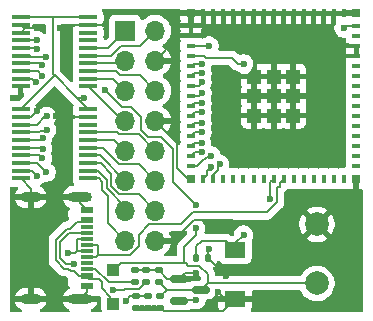
<source format=gbr>
%TF.GenerationSoftware,KiCad,Pcbnew,8.99.0-3218-gdd8f7901b1*%
%TF.CreationDate,2025-01-23T14:21:21-05:00*%
%TF.ProjectId,hack_matrix,6861636b-5f6d-4617-9472-69782e6b6963,rev?*%
%TF.SameCoordinates,Original*%
%TF.FileFunction,Copper,L1,Top*%
%TF.FilePolarity,Positive*%
%FSLAX46Y46*%
G04 Gerber Fmt 4.6, Leading zero omitted, Abs format (unit mm)*
G04 Created by KiCad (PCBNEW 8.99.0-3218-gdd8f7901b1) date 2025-01-23 14:21:21*
%MOMM*%
%LPD*%
G01*
G04 APERTURE LIST*
G04 Aperture macros list*
%AMRoundRect*
0 Rectangle with rounded corners*
0 $1 Rounding radius*
0 $2 $3 $4 $5 $6 $7 $8 $9 X,Y pos of 4 corners*
0 Add a 4 corners polygon primitive as box body*
4,1,4,$2,$3,$4,$5,$6,$7,$8,$9,$2,$3,0*
0 Add four circle primitives for the rounded corners*
1,1,$1+$1,$2,$3*
1,1,$1+$1,$4,$5*
1,1,$1+$1,$6,$7*
1,1,$1+$1,$8,$9*
0 Add four rect primitives between the rounded corners*
20,1,$1+$1,$2,$3,$4,$5,0*
20,1,$1+$1,$4,$5,$6,$7,0*
20,1,$1+$1,$6,$7,$8,$9,0*
20,1,$1+$1,$8,$9,$2,$3,0*%
%AMOutline5P*
0 Free polygon, 5 corners , with rotation*
0 The origin of the aperture is its center*
0 number of corners: always 5*
0 $1 to $10 corner X, Y*
0 $11 Rotation angle, in degrees counterclockwise*
0 create outline with 5 corners*
4,1,5,$1,$2,$3,$4,$5,$6,$7,$8,$9,$10,$1,$2,$11*%
%AMOutline6P*
0 Free polygon, 6 corners , with rotation*
0 The origin of the aperture is its center*
0 number of corners: always 6*
0 $1 to $12 corner X, Y*
0 $13 Rotation angle, in degrees counterclockwise*
0 create outline with 6 corners*
4,1,6,$1,$2,$3,$4,$5,$6,$7,$8,$9,$10,$11,$12,$1,$2,$13*%
%AMOutline7P*
0 Free polygon, 7 corners , with rotation*
0 The origin of the aperture is its center*
0 number of corners: always 7*
0 $1 to $14 corner X, Y*
0 $15 Rotation angle, in degrees counterclockwise*
0 create outline with 7 corners*
4,1,7,$1,$2,$3,$4,$5,$6,$7,$8,$9,$10,$11,$12,$13,$14,$1,$2,$15*%
%AMOutline8P*
0 Free polygon, 8 corners , with rotation*
0 The origin of the aperture is its center*
0 number of corners: always 8*
0 $1 to $16 corner X, Y*
0 $17 Rotation angle, in degrees counterclockwise*
0 create outline with 8 corners*
4,1,8,$1,$2,$3,$4,$5,$6,$7,$8,$9,$10,$11,$12,$13,$14,$15,$16,$1,$2,$17*%
G04 Aperture macros list end*
%TA.AperFunction,SMDPad,CuDef*%
%ADD10R,0.800000X0.400000*%
%TD*%
%TA.AperFunction,SMDPad,CuDef*%
%ADD11R,0.400000X0.800000*%
%TD*%
%TA.AperFunction,SMDPad,CuDef*%
%ADD12Outline5P,-0.600000X0.204000X-0.204000X0.600000X0.600000X0.600000X0.600000X-0.600000X-0.600000X-0.600000X0.000000*%
%TD*%
%TA.AperFunction,SMDPad,CuDef*%
%ADD13R,1.200000X1.200000*%
%TD*%
%TA.AperFunction,SMDPad,CuDef*%
%ADD14R,0.800000X0.800000*%
%TD*%
%TA.AperFunction,SMDPad,CuDef*%
%ADD15RoundRect,0.051250X-0.733750X-0.153750X0.733750X-0.153750X0.733750X0.153750X-0.733750X0.153750X0*%
%TD*%
%TA.AperFunction,SMDPad,CuDef*%
%ADD16RoundRect,0.140000X-0.170000X0.140000X-0.170000X-0.140000X0.170000X-0.140000X0.170000X0.140000X0*%
%TD*%
%TA.AperFunction,SMDPad,CuDef*%
%ADD17R,1.140000X0.600000*%
%TD*%
%TA.AperFunction,SMDPad,CuDef*%
%ADD18R,1.140000X0.300000*%
%TD*%
%TA.AperFunction,ComponentPad*%
%ADD19O,2.000000X0.900000*%
%TD*%
%TA.AperFunction,ComponentPad*%
%ADD20O,1.700000X0.900000*%
%TD*%
%TA.AperFunction,SMDPad,CuDef*%
%ADD21RoundRect,0.140000X0.140000X0.170000X-0.140000X0.170000X-0.140000X-0.170000X0.140000X-0.170000X0*%
%TD*%
%TA.AperFunction,SMDPad,CuDef*%
%ADD22R,1.800000X1.350000*%
%TD*%
%TA.AperFunction,SMDPad,CuDef*%
%ADD23RoundRect,0.150000X-0.587500X-0.150000X0.587500X-0.150000X0.587500X0.150000X-0.587500X0.150000X0*%
%TD*%
%TA.AperFunction,SMDPad,CuDef*%
%ADD24RoundRect,0.250000X-0.300000X0.300000X-0.300000X-0.300000X0.300000X-0.300000X0.300000X0.300000X0*%
%TD*%
%TA.AperFunction,ComponentPad*%
%ADD25C,2.000000*%
%TD*%
%TA.AperFunction,SMDPad,CuDef*%
%ADD26RoundRect,0.140000X0.170000X-0.140000X0.170000X0.140000X-0.170000X0.140000X-0.170000X-0.140000X0*%
%TD*%
%TA.AperFunction,SMDPad,CuDef*%
%ADD27RoundRect,0.135000X0.185000X-0.135000X0.185000X0.135000X-0.185000X0.135000X-0.185000X-0.135000X0*%
%TD*%
%TA.AperFunction,ComponentPad*%
%ADD28R,1.700000X1.700000*%
%TD*%
%TA.AperFunction,ComponentPad*%
%ADD29O,1.700000X1.700000*%
%TD*%
%TA.AperFunction,ViaPad*%
%ADD30C,0.600000*%
%TD*%
%TA.AperFunction,Conductor*%
%ADD31C,0.200000*%
%TD*%
G04 APERTURE END LIST*
D10*
%TO.P,U6,1,GND*%
%TO.N,GND*%
X182549154Y-68796561D03*
%TO.P,U6,2,GND*%
X182549154Y-69646561D03*
%TO.P,U6,3,3V3*%
%TO.N,+3V3*%
X182549154Y-70496561D03*
%TO.P,U6,4,IO0*%
%TO.N,/GPIO0*%
X182549154Y-71346561D03*
%TO.P,U6,5,IO1*%
%TO.N,/R1*%
X182549154Y-72196561D03*
%TO.P,U6,6,IO2*%
%TO.N,/G1*%
X182549154Y-73046561D03*
%TO.P,U6,7,IO3*%
%TO.N,/B1*%
X182549154Y-73896561D03*
%TO.P,U6,8,IO4*%
%TO.N,/G2*%
X182549154Y-74746561D03*
%TO.P,U6,9,IO5*%
%TO.N,/R2*%
X182549154Y-75596561D03*
%TO.P,U6,10,IO6*%
%TO.N,/B2*%
X182549154Y-76446561D03*
%TO.P,U6,11,IO7*%
%TO.N,/B*%
X182549154Y-77296561D03*
%TO.P,U6,12,IO8*%
%TO.N,/A*%
X182549154Y-78146561D03*
%TO.P,U6,13,IO9*%
%TO.N,/D*%
X182549154Y-78996561D03*
%TO.P,U6,14,IO10*%
%TO.N,/C*%
X182549154Y-79846561D03*
%TO.P,U6,15,IO11*%
%TO.N,/STROBE*%
X182549154Y-80696561D03*
D11*
%TO.P,U6,16,IO12*%
%TO.N,/CLK*%
X183599154Y-81746561D03*
%TO.P,U6,17,IO13*%
%TO.N,/OE-*%
X184449154Y-81746561D03*
%TO.P,U6,18,IO14*%
%TO.N,unconnected-(U6-IO14-Pad18)*%
X185299154Y-81746561D03*
%TO.P,U6,19,IO15*%
%TO.N,unconnected-(U6-IO15-Pad19)*%
X186149154Y-81746561D03*
%TO.P,U6,20,IO16*%
%TO.N,unconnected-(U6-IO16-Pad20)*%
X186999154Y-81746561D03*
%TO.P,U6,21,IO17*%
%TO.N,unconnected-(U6-IO17-Pad21)*%
X187849154Y-81746561D03*
%TO.P,U6,22,IO18*%
%TO.N,unconnected-(U6-IO18-Pad22)*%
X188699154Y-81746561D03*
%TO.P,U6,23,USB_D-*%
%TO.N,/D-*%
X189549154Y-81746561D03*
%TO.P,U6,24,USB_D+*%
%TO.N,/D+*%
X190399154Y-81746561D03*
%TO.P,U6,25,IO21*%
%TO.N,unconnected-(U6-IO21-Pad25)*%
X191249154Y-81746561D03*
%TO.P,U6,26,IO26*%
%TO.N,unconnected-(U6-IO26-Pad26)*%
X192099154Y-81746561D03*
%TO.P,U6,27,IO47*%
%TO.N,unconnected-(U6-IO47-Pad27)*%
X192949154Y-81746561D03*
%TO.P,U6,28,IO33*%
%TO.N,unconnected-(U6-IO33-Pad28)*%
X193799154Y-81746561D03*
%TO.P,U6,29,IO34*%
%TO.N,unconnected-(U6-IO34-Pad29)*%
X194649154Y-81746561D03*
%TO.P,U6,30,IO48*%
%TO.N,unconnected-(U6-IO48-Pad30)*%
X195499154Y-81746561D03*
D10*
%TO.P,U6,31,IO35*%
%TO.N,unconnected-(U6-IO35-Pad31)*%
X196549154Y-80696561D03*
%TO.P,U6,32,IO36*%
%TO.N,unconnected-(U6-IO36-Pad32)*%
X196549154Y-79846561D03*
%TO.P,U6,33,IO37*%
%TO.N,unconnected-(U6-IO37-Pad33)*%
X196549154Y-78996561D03*
%TO.P,U6,34,IO38*%
%TO.N,unconnected-(U6-IO38-Pad34)*%
X196549154Y-78146561D03*
%TO.P,U6,35,IO39*%
%TO.N,unconnected-(U6-IO39-Pad35)*%
X196549154Y-77296561D03*
%TO.P,U6,36,IO40*%
%TO.N,unconnected-(U6-IO40-Pad36)*%
X196549154Y-76446561D03*
%TO.P,U6,37,IO41*%
%TO.N,unconnected-(U6-IO41-Pad37)*%
X196549154Y-75596561D03*
%TO.P,U6,38,IO42*%
%TO.N,unconnected-(U6-IO42-Pad38)*%
X196549154Y-74746561D03*
%TO.P,U6,39,TXD0*%
%TO.N,unconnected-(U6-TXD0-Pad39)*%
X196549154Y-73896561D03*
%TO.P,U6,40,RXD0*%
%TO.N,unconnected-(U6-RXD0-Pad40)*%
X196549154Y-73046561D03*
%TO.P,U6,41,IO45*%
%TO.N,unconnected-(U6-IO45-Pad41)*%
X196549154Y-72196561D03*
%TO.P,U6,42,GND*%
%TO.N,GND*%
X196549154Y-71346561D03*
%TO.P,U6,43,GND*%
X196549154Y-70496561D03*
%TO.P,U6,44,IO46*%
%TO.N,unconnected-(U6-IO46-Pad44)*%
X196549154Y-69646561D03*
%TO.P,U6,45,EN*%
%TO.N,+3V3*%
X196549154Y-68796561D03*
D11*
%TO.P,U6,46,GND*%
%TO.N,GND*%
X195499154Y-67746561D03*
%TO.P,U6,47,GND*%
X194649154Y-67746561D03*
%TO.P,U6,48,GND*%
X193799154Y-67746561D03*
%TO.P,U6,49,GND*%
X192949154Y-67746561D03*
%TO.P,U6,50,GND*%
X192099154Y-67746561D03*
%TO.P,U6,51,GND*%
X191249154Y-67746561D03*
%TO.P,U6,52,GND*%
X190399154Y-67746561D03*
%TO.P,U6,53,GND*%
X189549154Y-67746561D03*
%TO.P,U6,54,GND*%
X188699154Y-67746561D03*
%TO.P,U6,55,GND*%
X187849154Y-67746561D03*
%TO.P,U6,56,GND*%
X186999154Y-67746561D03*
%TO.P,U6,57,GND*%
X186149154Y-67746561D03*
%TO.P,U6,58,GND*%
X185299154Y-67746561D03*
%TO.P,U6,59,GND*%
X184449154Y-67746561D03*
%TO.P,U6,60,GND*%
X183599154Y-67746561D03*
D12*
%TO.P,U6,61,GND*%
X187899154Y-73096561D03*
D13*
X187899154Y-74746561D03*
X187899154Y-76396561D03*
X189549154Y-73096561D03*
X189549154Y-74746561D03*
X189549154Y-76396561D03*
X191199154Y-73096561D03*
X191199154Y-74746561D03*
X191199154Y-76396561D03*
D14*
%TO.P,U6,62,GND*%
X182549154Y-67746561D03*
%TO.P,U6,63,GND*%
X182549154Y-81746561D03*
%TO.P,U6,64,GND*%
X196549154Y-81746561D03*
%TO.P,U6,65,GND*%
X196549154Y-67746561D03*
%TD*%
D15*
%TO.P,U5,1,DIR*%
%TO.N,+5V*%
X168130000Y-68075000D03*
%TO.P,U5,2,A1*%
%TO.N,GND*%
X168130000Y-68725000D03*
%TO.P,U5,3,A2*%
X168130000Y-69375000D03*
%TO.P,U5,4,A3*%
%TO.N,/R1*%
X168130000Y-70025000D03*
%TO.P,U5,5,A4*%
%TO.N,/G1*%
X168130000Y-70675000D03*
%TO.P,U5,6,A5*%
%TO.N,/B1*%
X168130000Y-71325000D03*
%TO.P,U5,7,A6*%
%TO.N,/G2*%
X168130000Y-71975000D03*
%TO.P,U5,8,A7*%
%TO.N,/R2*%
X168130000Y-72625000D03*
%TO.P,U5,9,A8*%
%TO.N,/B2*%
X168130000Y-73275000D03*
%TO.P,U5,10,GND*%
%TO.N,GND*%
X168130000Y-73925000D03*
%TO.P,U5,11,B8*%
%TO.N,Net-(U2-B2)*%
X173870000Y-73925000D03*
%TO.P,U5,12,B7*%
%TO.N,Net-(U2-R2)*%
X173870000Y-73275000D03*
%TO.P,U5,13,B6*%
%TO.N,Net-(U2-G2)*%
X173870000Y-72625000D03*
%TO.P,U5,14,B5*%
%TO.N,Net-(U2-B1)*%
X173870000Y-71975000D03*
%TO.P,U5,15,B4*%
%TO.N,Net-(U2-G1)*%
X173870000Y-71325000D03*
%TO.P,U5,16,B3*%
%TO.N,Net-(U2-R1)*%
X173870000Y-70675000D03*
%TO.P,U5,17,B2*%
%TO.N,unconnected-(U5-B2-Pad17)*%
X173870000Y-70025000D03*
%TO.P,U5,18,B1*%
%TO.N,unconnected-(U5-B1-Pad18)*%
X173870000Y-69375000D03*
%TO.P,U5,19,~{OE}*%
%TO.N,GND*%
X173870000Y-68725000D03*
%TO.P,U5,20,VCC*%
%TO.N,+5V*%
X173870000Y-68075000D03*
%TD*%
D16*
%TO.P,C5,1*%
%TO.N,GND*%
X179823587Y-89511430D03*
%TO.P,C5,2*%
%TO.N,+5V*%
X179823587Y-90471430D03*
%TD*%
D17*
%TO.P,J1,A1_B12,GND*%
%TO.N,GND*%
X173750000Y-84422570D03*
%TO.P,J1,A4_B9,VBUS*%
%TO.N,Net-(D1-A)*%
X173750000Y-85222570D03*
D18*
%TO.P,J1,A5,CC1*%
%TO.N,Net-(J1-CC1)*%
X173750000Y-86372570D03*
%TO.P,J1,A6,D+*%
%TO.N,/D+*%
X173750000Y-87372570D03*
%TO.P,J1,A7,D-*%
%TO.N,/D-*%
X173750000Y-87872570D03*
%TO.P,J1,A8,SBU1*%
%TO.N,unconnected-(J1-SBU1-PadA8)*%
X173750000Y-88872570D03*
D17*
%TO.P,J1,B1_A12,GND*%
%TO.N,GND*%
X173750000Y-90822570D03*
%TO.P,J1,B4_A9,VBUS*%
%TO.N,Net-(D1-A)*%
X173750000Y-90022570D03*
D18*
%TO.P,J1,B5,CC2*%
%TO.N,Net-(J1-CC2)*%
X173750000Y-89372570D03*
%TO.P,J1,B6,D+*%
%TO.N,/D+*%
X173750000Y-88372570D03*
%TO.P,J1,B7,D-*%
%TO.N,/D-*%
X173750000Y-86872570D03*
%TO.P,J1,B8,SBU2*%
%TO.N,unconnected-(J1-SBU2-PadB8)*%
X173750000Y-85872570D03*
D19*
%TO.P,J1,S1,SHIELD*%
%TO.N,GND*%
X173170000Y-83297570D03*
%TO.P,J1,S2,SHIELD*%
X173170000Y-91947570D03*
D20*
%TO.P,J1,S3,SHIELD*%
X169000000Y-83297570D03*
%TO.P,J1,S4,SHIELD*%
X169000000Y-91947570D03*
%TD*%
D21*
%TO.P,C10,1*%
%TO.N,GND*%
X183980000Y-88500000D03*
%TO.P,C10,2*%
%TO.N,/GPIO0*%
X183020000Y-88500000D03*
%TD*%
D15*
%TO.P,U1,1,DIR*%
%TO.N,+5V*%
X168130000Y-75873396D03*
%TO.P,U1,2,A1*%
%TO.N,GND*%
X168130000Y-76523396D03*
%TO.P,U1,3,A2*%
%TO.N,/B*%
X168130000Y-77173396D03*
%TO.P,U1,4,A3*%
%TO.N,/A*%
X168130000Y-77823396D03*
%TO.P,U1,5,A4*%
%TO.N,/D*%
X168130000Y-78473396D03*
%TO.P,U1,6,A5*%
%TO.N,/C*%
X168130000Y-79123396D03*
%TO.P,U1,7,A6*%
%TO.N,/STROBE*%
X168130000Y-79773396D03*
%TO.P,U1,8,A7*%
%TO.N,/CLK*%
X168130000Y-80423396D03*
%TO.P,U1,9,A8*%
%TO.N,/OE-*%
X168130000Y-81073396D03*
%TO.P,U1,10,GND*%
%TO.N,GND*%
X168130000Y-81723396D03*
%TO.P,U1,11,B8*%
%TO.N,Net-(U1-B8)*%
X173870000Y-81723396D03*
%TO.P,U1,12,B7*%
%TO.N,Net-(U1-B7)*%
X173870000Y-81073396D03*
%TO.P,U1,13,B6*%
%TO.N,Net-(U1-B6)*%
X173870000Y-80423396D03*
%TO.P,U1,14,B5*%
%TO.N,Net-(U1-B5)*%
X173870000Y-79773396D03*
%TO.P,U1,15,B4*%
%TO.N,Net-(U1-B4)*%
X173870000Y-79123396D03*
%TO.P,U1,16,B3*%
%TO.N,Net-(U1-B3)*%
X173870000Y-78473396D03*
%TO.P,U1,17,B2*%
%TO.N,Net-(U1-B2)*%
X173870000Y-77823396D03*
%TO.P,U1,18,B1*%
%TO.N,unconnected-(U1-B1-Pad18)*%
X173870000Y-77173396D03*
%TO.P,U1,19,~{OE}*%
%TO.N,GND*%
X173870000Y-76523396D03*
%TO.P,U1,20,VCC*%
%TO.N,+5V*%
X173870000Y-75873396D03*
%TD*%
D22*
%TO.P,SW2,1,1*%
%TO.N,/GPIO0*%
X186281235Y-87778738D03*
%TO.P,SW2,2,2*%
%TO.N,GND*%
X186281235Y-91928738D03*
%TD*%
D23*
%TO.P,U3,1,GND*%
%TO.N,GND*%
X181562500Y-90215677D03*
%TO.P,U3,2,VO*%
%TO.N,+3V3*%
X181562500Y-92115677D03*
%TO.P,U3,3,VI*%
%TO.N,+5V*%
X183437500Y-91165677D03*
%TD*%
D24*
%TO.P,D1,1,K*%
%TO.N,+5V*%
X175981590Y-89517116D03*
%TO.P,D1,2,A*%
%TO.N,Net-(D1-A)*%
X175981590Y-92317116D03*
%TD*%
D16*
%TO.P,C3,1*%
%TO.N,+3V3*%
X178915544Y-91709385D03*
%TO.P,C3,2*%
%TO.N,GND*%
X178915544Y-92669385D03*
%TD*%
D25*
%TO.P,J2,1,Pin_1*%
%TO.N,+5V*%
X193216183Y-90602955D03*
%TO.P,J2,2,Pin_2*%
%TO.N,GND*%
X193216183Y-85602955D03*
%TD*%
D26*
%TO.P,C6,1*%
%TO.N,GND*%
X179958278Y-92668128D03*
%TO.P,C6,2*%
%TO.N,+5V*%
X179958278Y-91708128D03*
%TD*%
D27*
%TO.P,R2,1*%
%TO.N,Net-(J1-CC2)*%
X177784613Y-90500000D03*
%TO.P,R2,2*%
%TO.N,GND*%
X177784613Y-89480000D03*
%TD*%
%TO.P,R1,1*%
%TO.N,Net-(J1-CC1)*%
X178784613Y-90500000D03*
%TO.P,R1,2*%
%TO.N,GND*%
X178784613Y-89480000D03*
%TD*%
D16*
%TO.P,C4,1*%
%TO.N,+3V3*%
X177871743Y-91711559D03*
%TO.P,C4,2*%
%TO.N,GND*%
X177871743Y-92671559D03*
%TD*%
D28*
%TO.P,U2,1,R1*%
%TO.N,Net-(U2-R1)*%
X176964810Y-69220000D03*
D29*
%TO.P,U2,2,G1*%
%TO.N,Net-(U2-G1)*%
X179504810Y-69220000D03*
%TO.P,U2,3,B1*%
%TO.N,Net-(U2-B1)*%
X176964810Y-71760000D03*
%TO.P,U2,4,GND*%
%TO.N,GND*%
X179504810Y-71760000D03*
%TO.P,U2,5,R2*%
%TO.N,Net-(U2-R2)*%
X176964810Y-74300000D03*
%TO.P,U2,6,G2*%
%TO.N,Net-(U2-G2)*%
X179504810Y-74300000D03*
%TO.P,U2,7,B2*%
%TO.N,Net-(U2-B2)*%
X176964810Y-76840000D03*
%TO.P,U2,8,GND*%
%TO.N,GND*%
X179504810Y-76840000D03*
%TO.P,U2,9,A*%
%TO.N,Net-(U1-B3)*%
X176964810Y-79380000D03*
%TO.P,U2,10,B*%
%TO.N,Net-(U1-B2)*%
X179504810Y-79380000D03*
%TO.P,U2,11,C*%
%TO.N,Net-(U1-B5)*%
X176964810Y-81920000D03*
%TO.P,U2,12,D*%
%TO.N,Net-(U1-B4)*%
X179504810Y-81920000D03*
%TO.P,U2,13,CLK*%
%TO.N,Net-(U1-B7)*%
X176964810Y-84460000D03*
%TO.P,U2,14,STROBE*%
%TO.N,Net-(U1-B6)*%
X179504810Y-84460000D03*
%TO.P,U2,15,OE-*%
%TO.N,Net-(U1-B8)*%
X176964810Y-87000000D03*
%TO.P,U2,16,GND*%
%TO.N,GND*%
X179504810Y-87000000D03*
%TD*%
D30*
%TO.N,+5V*%
X183000000Y-84000000D03*
X173524821Y-74875179D03*
X182951421Y-85951421D03*
X175250000Y-74250000D03*
%TO.N,GND*%
X183019588Y-89710000D03*
X184825735Y-91325735D03*
X185500000Y-90000000D03*
X168130000Y-74630000D03*
X169500000Y-76000000D03*
X171500000Y-69000000D03*
X171120736Y-76398318D03*
X184065637Y-87665637D03*
X169500000Y-69000000D03*
%TO.N,+3V3*%
X183000000Y-92000000D03*
X184100000Y-70500000D03*
X177031590Y-92098912D03*
X195500000Y-69000000D03*
%TO.N,/GPIO0*%
X187000000Y-72000000D03*
X187000000Y-86500000D03*
%TO.N,Net-(J1-CC1)*%
X172614871Y-89000000D03*
X175983897Y-91126936D03*
%TO.N,/D-*%
X189250000Y-83500000D03*
X172100000Y-88000000D03*
%TO.N,/B2*%
X169410604Y-73589396D03*
X183516726Y-76139377D03*
%TO.N,/R1*%
X183500000Y-72000000D03*
X169500000Y-70000000D03*
%TO.N,/C*%
X183510819Y-79517728D03*
X169996927Y-79199726D03*
%TO.N,/R2*%
X183501024Y-75320234D03*
X169976291Y-73023709D03*
%TO.N,/B1*%
X183500000Y-73600006D03*
X170242785Y-71400003D03*
%TO.N,/CLK*%
X184221921Y-80781226D03*
X170300071Y-81199929D03*
%TO.N,/A*%
X183515749Y-77825172D03*
X170324264Y-77614370D03*
%TO.N,/OE-*%
X169500000Y-81500000D03*
X185000000Y-80500000D03*
%TO.N,/G1*%
X183500000Y-72800003D03*
X169500000Y-70800003D03*
%TO.N,/STROBE*%
X169976736Y-80028064D03*
X184263278Y-79789408D03*
%TO.N,/D*%
X183466594Y-78718952D03*
X169984251Y-78338521D03*
%TO.N,/G2*%
X183500000Y-74500000D03*
X169942705Y-72141593D03*
%TO.N,/B*%
X170324264Y-76473396D03*
X183492391Y-77000000D03*
%TD*%
D31*
%TO.N,+5V*%
X177441156Y-75690000D02*
X178290496Y-76539340D01*
X182100000Y-88910000D02*
X182300000Y-89110000D01*
X178290496Y-76539340D02*
X178290496Y-77600000D01*
X181000000Y-79248844D02*
X181000000Y-82000000D01*
X182000000Y-88910000D02*
X182100000Y-88910000D01*
X179989264Y-90637107D02*
X179823587Y-90471430D01*
X168130000Y-68075000D02*
X171000000Y-68075000D01*
X192613228Y-90000000D02*
X193216183Y-90602955D01*
X171000000Y-68075000D02*
X173870000Y-68075000D01*
X172748302Y-74751698D02*
X170998302Y-73001698D01*
X178290496Y-77600000D02*
X178920496Y-78230000D01*
X176588706Y-88910000D02*
X182000000Y-88910000D01*
X179981156Y-78230000D02*
X181000000Y-79248844D01*
X170998302Y-73001698D02*
X170900000Y-72903396D01*
X170900000Y-72903396D02*
X170900000Y-68175000D01*
X172748302Y-74751698D02*
X172871783Y-74875179D01*
X183268117Y-89110000D02*
X184000222Y-89842105D01*
X180500729Y-91165677D02*
X179823587Y-90488535D01*
X183437500Y-91165677D02*
X180500729Y-91165677D01*
X182951421Y-86548579D02*
X182000000Y-87500000D01*
X173870000Y-75873396D02*
X172748302Y-74751698D01*
X179823587Y-90488535D02*
X179823587Y-90471430D01*
X180500729Y-91165677D02*
X179958278Y-91708128D01*
X179823587Y-91612119D02*
X179923027Y-91711559D01*
X175981590Y-89517116D02*
X176588706Y-88910000D01*
X184000222Y-89842105D02*
X184000222Y-90602955D01*
X175250000Y-74250000D02*
X175288464Y-74250000D01*
X175288464Y-74250000D02*
X176728464Y-75690000D01*
X170900000Y-68175000D02*
X171000000Y-68075000D01*
X178920496Y-78230000D02*
X179981156Y-78230000D01*
X181000000Y-82000000D02*
X183000000Y-84000000D01*
X168130000Y-75873396D02*
X170001698Y-74001698D01*
X182300000Y-89110000D02*
X183268117Y-89110000D01*
X182951421Y-85951421D02*
X182951421Y-86548579D01*
X170998302Y-73005094D02*
X170998302Y-73001698D01*
X183437500Y-91165677D02*
X184000222Y-90602955D01*
X184000222Y-90602955D02*
X193216183Y-90602955D01*
X172871783Y-74875179D02*
X173524821Y-74875179D01*
X176728464Y-75690000D02*
X177441156Y-75690000D01*
X170001698Y-74001698D02*
X170998302Y-73005094D01*
X175565182Y-89517116D02*
X175981590Y-89517116D01*
X182000000Y-87500000D02*
X182000000Y-88910000D01*
%TO.N,GND*%
X183980000Y-88500000D02*
X183980000Y-87751274D01*
X181052899Y-87000000D02*
X182802899Y-85250000D01*
X173170000Y-83842570D02*
X173750000Y-84422570D01*
X185428738Y-91928738D02*
X184825735Y-91325735D01*
X179792157Y-89480000D02*
X179823587Y-89511430D01*
X182499648Y-69696067D02*
X182549154Y-69646561D01*
X171120736Y-76398318D02*
X171245814Y-76523396D01*
X182549154Y-81746561D02*
X182333721Y-81746561D01*
X168500000Y-69005000D02*
X168130000Y-69375000D01*
X171775000Y-68725000D02*
X173870000Y-68725000D01*
X180236489Y-92946339D02*
X185263634Y-92946339D01*
X169000000Y-83297570D02*
X169000000Y-82593396D01*
X171500000Y-69000000D02*
X171775000Y-68725000D01*
X186000000Y-85250000D02*
X186250000Y-85500000D01*
X179504810Y-71760000D02*
X181568743Y-69696067D01*
X181400000Y-80812840D02*
X181400000Y-78735190D01*
X168976604Y-76523396D02*
X169500000Y-76000000D01*
X180527834Y-90215677D02*
X181562500Y-90215677D01*
X179957021Y-92669385D02*
X179958278Y-92668128D01*
X179958278Y-92668128D02*
X180236489Y-92946339D01*
X185500000Y-90000000D02*
X185480000Y-90000000D01*
X177784613Y-89480000D02*
X179792157Y-89480000D01*
X168500000Y-69000000D02*
X168500000Y-69005000D01*
X169000000Y-82593396D02*
X168130000Y-81723396D01*
X179504810Y-87000000D02*
X181052899Y-87000000D01*
X173170000Y-83297570D02*
X173170000Y-83842570D01*
X183980000Y-87751274D02*
X184065637Y-87665637D01*
X173750000Y-90822570D02*
X173750000Y-91367570D01*
X182068177Y-89710000D02*
X181562500Y-90215677D01*
X181568743Y-69696067D02*
X182499648Y-69696067D01*
X185263634Y-92946339D02*
X186281235Y-91928738D01*
X168500000Y-69000000D02*
X168405000Y-69000000D01*
X181400000Y-78735190D02*
X179504810Y-76840000D01*
X182333721Y-81746561D02*
X181400000Y-80812840D01*
X169500000Y-69000000D02*
X168500000Y-69000000D01*
X168130000Y-74630000D02*
X168130000Y-73925000D01*
X177875174Y-92668128D02*
X177871743Y-92671559D01*
X168405000Y-69000000D02*
X168130000Y-68725000D01*
X186281235Y-91928738D02*
X185428738Y-91928738D01*
X171245814Y-76523396D02*
X173870000Y-76523396D01*
X179823587Y-89511430D02*
X180527834Y-90215677D01*
X173870000Y-68725000D02*
X175275000Y-68725000D01*
X183019588Y-89710000D02*
X182068177Y-89710000D01*
X173750000Y-91367570D02*
X173170000Y-91947570D01*
X185480000Y-90000000D02*
X183980000Y-88500000D01*
X168130000Y-76523396D02*
X168976604Y-76523396D01*
X182802899Y-85250000D02*
X186000000Y-85250000D01*
X179958278Y-92668128D02*
X177875174Y-92668128D01*
X178913370Y-92671559D02*
X178915544Y-92669385D01*
%TO.N,+3V3*%
X183000000Y-92000000D02*
X181678177Y-92000000D01*
X183500000Y-70500000D02*
X183496561Y-70496561D01*
X183496561Y-70496561D02*
X182549154Y-70496561D01*
X177031590Y-92098912D02*
X177418943Y-91711559D01*
X195703439Y-68796561D02*
X195500000Y-69000000D01*
X177418943Y-91711559D02*
X178871743Y-91711559D01*
X196549154Y-68796561D02*
X195703439Y-68796561D01*
X184100000Y-70500000D02*
X183500000Y-70500000D01*
X181678177Y-92000000D02*
X181562500Y-92115677D01*
%TO.N,/GPIO0*%
X187000000Y-72000000D02*
X186500000Y-72000000D01*
X183020000Y-87480000D02*
X183020000Y-88500000D01*
X183849943Y-71500000D02*
X183696504Y-71346561D01*
X183500000Y-87000000D02*
X183020000Y-87480000D01*
X186500000Y-72000000D02*
X186000000Y-71500000D01*
X186281235Y-87218765D02*
X187000000Y-86500000D01*
X186281235Y-87778738D02*
X185502497Y-87000000D01*
X186000000Y-71500000D02*
X183849943Y-71500000D01*
X185502497Y-87000000D02*
X183500000Y-87000000D01*
X183696504Y-71346561D02*
X182549154Y-71346561D01*
X186281235Y-87778738D02*
X186281235Y-87218765D01*
%TO.N,Net-(D1-A)*%
X171833900Y-89401000D02*
X171099000Y-88666100D01*
X171099000Y-88666100D02*
X171099000Y-86899586D01*
X171099000Y-86899586D02*
X172027016Y-85971570D01*
X175981590Y-92317116D02*
X175734954Y-92070480D01*
X172278430Y-85971570D02*
X172866430Y-85383570D01*
X172689083Y-89601000D02*
X172365928Y-89601000D01*
X175000000Y-90487370D02*
X174734200Y-90221570D01*
X173088083Y-90000000D02*
X172689083Y-89601000D01*
X174734200Y-90221570D02*
X173949000Y-90221570D01*
X175734954Y-92070480D02*
X175734954Y-91727936D01*
X173750000Y-90022570D02*
X173727430Y-90000000D01*
X172365928Y-89601000D02*
X172165928Y-89401000D01*
X172027016Y-85971570D02*
X172278430Y-85971570D01*
X173727430Y-90000000D02*
X173088083Y-90000000D01*
X173949000Y-90221570D02*
X173750000Y-90022570D01*
X172165928Y-89401000D02*
X171833900Y-89401000D01*
X175000000Y-90992982D02*
X175000000Y-90487370D01*
X175734954Y-91727936D02*
X175000000Y-90992982D01*
X172866430Y-85383570D02*
X173589000Y-85383570D01*
X173589000Y-85383570D02*
X173750000Y-85222570D01*
%TO.N,Net-(J1-CC1)*%
X172614871Y-89000000D02*
X172000000Y-89000000D01*
X176856514Y-91126936D02*
X176913450Y-91070000D01*
X172000000Y-89000000D02*
X171500000Y-88500000D01*
X178723537Y-90500000D02*
X178784613Y-90500000D01*
X176913450Y-91070000D02*
X178153537Y-91070000D01*
X172193116Y-86372570D02*
X173750000Y-86372570D01*
X171500000Y-87065686D02*
X172193116Y-86372570D01*
X175983897Y-91126936D02*
X176856514Y-91126936D01*
X171500000Y-88500000D02*
X171500000Y-87065686D01*
X178153537Y-91070000D02*
X178723537Y-90500000D01*
%TO.N,/D-*%
X172100000Y-88000000D02*
X172766996Y-88000000D01*
X189250000Y-83500000D02*
X189250000Y-82045715D01*
X172894426Y-87872570D02*
X173750000Y-87872570D01*
X172930000Y-87872570D02*
X173750000Y-87872570D01*
X172766996Y-88000000D02*
X172894426Y-87872570D01*
X172880000Y-87822570D02*
X172930000Y-87872570D01*
X173750000Y-86872570D02*
X172930000Y-86872570D01*
X172930000Y-86872570D02*
X172880000Y-86922570D01*
X189250000Y-82045715D02*
X189549154Y-81746561D01*
X172880000Y-86922570D02*
X172880000Y-87822570D01*
%TO.N,/D+*%
X174681505Y-88211065D02*
X174520000Y-88372570D01*
X174570000Y-87372570D02*
X174681505Y-87484075D01*
X189851000Y-83748943D02*
X189851000Y-82447561D01*
X178114810Y-86523654D02*
X179028464Y-85610000D01*
X174681505Y-87484075D02*
X174681505Y-88211065D01*
X188999943Y-84600000D02*
X189851000Y-83748943D01*
X174681505Y-88211065D02*
X177380091Y-88211065D01*
X174520000Y-88372570D02*
X173750000Y-88372570D01*
X179028464Y-85610000D02*
X181741471Y-85610000D01*
X177380091Y-88211065D02*
X178114810Y-87476346D01*
X190050154Y-82447561D02*
X190050154Y-82095561D01*
X173750000Y-87372570D02*
X174570000Y-87372570D01*
X182751471Y-84600000D02*
X188999943Y-84600000D01*
X189851000Y-82447561D02*
X190050154Y-82447561D01*
X178114810Y-87476346D02*
X178114810Y-86523654D01*
X181741471Y-85610000D02*
X182751471Y-84600000D01*
X190050154Y-82095561D02*
X190399154Y-81746561D01*
%TO.N,Net-(J1-CC2)*%
X177784613Y-90500000D02*
X175579730Y-90500000D01*
X175579730Y-90500000D02*
X174452300Y-89372570D01*
X174452300Y-89372570D02*
X173750000Y-89372570D01*
%TO.N,/B2*%
X168130000Y-73275000D02*
X169096208Y-73275000D01*
X182856338Y-76139377D02*
X182549154Y-76446561D01*
X183516726Y-76139377D02*
X182856338Y-76139377D01*
X169096208Y-73275000D02*
X169410604Y-73589396D01*
%TO.N,/R1*%
X182745715Y-72000000D02*
X182549154Y-72196561D01*
X183500000Y-72000000D02*
X182745715Y-72000000D01*
X169500000Y-70000000D02*
X168155000Y-70000000D01*
X168155000Y-70000000D02*
X168130000Y-70025000D01*
%TO.N,/C*%
X183510819Y-79517728D02*
X182877987Y-79517728D01*
X169920597Y-79123396D02*
X168130000Y-79123396D01*
X182877987Y-79517728D02*
X182549154Y-79846561D01*
X169996927Y-79199726D02*
X169920597Y-79123396D01*
%TO.N,/R2*%
X169577582Y-72625000D02*
X169976291Y-73023709D01*
X168130000Y-72625000D02*
X169577582Y-72625000D01*
X182825481Y-75320234D02*
X182549154Y-75596561D01*
X183501024Y-75320234D02*
X182825481Y-75320234D01*
%TO.N,/B1*%
X168130000Y-71325000D02*
X168914999Y-71325000D01*
X168914999Y-71325000D02*
X168990002Y-71400003D01*
X183500000Y-73600006D02*
X183203445Y-73896561D01*
X183203445Y-73896561D02*
X182549154Y-73896561D01*
X168990002Y-71400003D02*
X170242785Y-71400003D01*
%TO.N,/CLK*%
X184221921Y-80781226D02*
X184221921Y-81045561D01*
X183948154Y-81045561D02*
X183948154Y-81397561D01*
X184221921Y-81045561D02*
X183948154Y-81045561D01*
X170300071Y-81199929D02*
X169523538Y-80423396D01*
X183948154Y-81397561D02*
X183599154Y-81746561D01*
X169523538Y-80423396D02*
X168130000Y-80423396D01*
%TO.N,/A*%
X169650847Y-77823396D02*
X168130000Y-77823396D01*
X183515749Y-77825172D02*
X182870543Y-77825172D01*
X182870543Y-77825172D02*
X182549154Y-78146561D01*
X170200113Y-77738521D02*
X169735722Y-77738521D01*
X170324264Y-77614370D02*
X170200113Y-77738521D01*
X169735722Y-77738521D02*
X169650847Y-77823396D01*
%TO.N,/OE-*%
X168130000Y-81073396D02*
X169073396Y-81073396D01*
X184822921Y-80677079D02*
X184822921Y-81030169D01*
X185000000Y-80500000D02*
X184822921Y-80677079D01*
X169073396Y-81073396D02*
X169500000Y-81500000D01*
X184449154Y-81403936D02*
X184449154Y-81746561D01*
X184822921Y-81030169D02*
X184449154Y-81403936D01*
%TO.N,/G1*%
X168130000Y-70675000D02*
X169374997Y-70675000D01*
X183500000Y-72800003D02*
X182795712Y-72800003D01*
X182795712Y-72800003D02*
X182549154Y-73046561D01*
X169374997Y-70675000D02*
X169500000Y-70800003D01*
%TO.N,/STROBE*%
X183759762Y-80118728D02*
X183631272Y-80118728D01*
X169722068Y-79773396D02*
X168130000Y-79773396D01*
X183631272Y-80118728D02*
X183053439Y-80696561D01*
X184089082Y-79789408D02*
X183759762Y-80118728D01*
X183053439Y-80696561D02*
X182549154Y-80696561D01*
X169976736Y-80028064D02*
X169722068Y-79773396D01*
X184263278Y-79789408D02*
X184089082Y-79789408D01*
%TO.N,/D*%
X169849376Y-78473396D02*
X168130000Y-78473396D01*
X169984251Y-78338521D02*
X169849376Y-78473396D01*
X183466594Y-78718952D02*
X182826763Y-78718952D01*
X182826763Y-78718952D02*
X182549154Y-78996561D01*
%TO.N,/G2*%
X183500000Y-74500000D02*
X183253439Y-74746561D01*
X168130000Y-71975000D02*
X169776112Y-71975000D01*
X169776112Y-71975000D02*
X169942705Y-72141593D01*
X183253439Y-74746561D02*
X182549154Y-74746561D01*
%TO.N,/B*%
X169478075Y-77173396D02*
X168130000Y-77173396D01*
X170178075Y-76473396D02*
X169478075Y-77173396D01*
X183492391Y-77000000D02*
X182845715Y-77000000D01*
X182845715Y-77000000D02*
X182549154Y-77296561D01*
X170324264Y-76473396D02*
X170178075Y-76473396D01*
%TO.N,Net-(U1-B8)*%
X175500000Y-85535190D02*
X176964810Y-87000000D01*
X175500000Y-83212908D02*
X175500000Y-85535190D01*
X175014810Y-82727718D02*
X175500000Y-83212908D01*
X174723396Y-81723396D02*
X175014810Y-82014810D01*
X173870000Y-81723396D02*
X174723396Y-81723396D01*
X175014810Y-82014810D02*
X175014810Y-82727718D01*
%TO.N,Net-(U1-B3)*%
X173870000Y-78473396D02*
X176058206Y-78473396D01*
X176058206Y-78473396D02*
X176964810Y-79380000D01*
%TO.N,Net-(U1-B6)*%
X175814810Y-81335686D02*
X175814810Y-82396346D01*
X175814810Y-82396346D02*
X176488464Y-83070000D01*
X178114810Y-83070000D02*
X179504810Y-84460000D01*
X173870000Y-80423396D02*
X174902520Y-80423396D01*
X176488464Y-83070000D02*
X178114810Y-83070000D01*
X174902520Y-80423396D02*
X175814810Y-81335686D01*
%TO.N,Net-(U1-B7)*%
X173870000Y-81073396D02*
X174654999Y-81073396D01*
X175414810Y-81833207D02*
X175414810Y-82562032D01*
X176964810Y-84112032D02*
X176964810Y-84460000D01*
X174654999Y-81073396D02*
X175414810Y-81833207D01*
X175414810Y-82562032D02*
X176964810Y-84112032D01*
%TO.N,Net-(U1-B4)*%
X173870000Y-79123396D02*
X175081860Y-79123396D01*
X178114810Y-80530000D02*
X179504810Y-81920000D01*
X175081860Y-79123396D02*
X176488464Y-80530000D01*
X176488464Y-80530000D02*
X178114810Y-80530000D01*
%TO.N,Net-(U1-B2)*%
X178124810Y-78000000D02*
X179504810Y-79380000D01*
X173870000Y-77823396D02*
X176323396Y-77823396D01*
X176500000Y-78000000D02*
X178124810Y-78000000D01*
X176323396Y-77823396D02*
X176500000Y-78000000D01*
%TO.N,Net-(U1-B5)*%
X173870000Y-79773396D02*
X174818206Y-79773396D01*
X174818206Y-79773396D02*
X176964810Y-81920000D01*
%TO.N,Net-(U2-B2)*%
X176785000Y-76840000D02*
X176964810Y-76840000D01*
X173870000Y-73925000D02*
X176785000Y-76840000D01*
%TO.N,Net-(U2-G1)*%
X173870000Y-71325000D02*
X175773464Y-71325000D01*
X176598464Y-70500000D02*
X178224810Y-70500000D01*
X175773464Y-71325000D02*
X176598464Y-70500000D01*
X178224810Y-70500000D02*
X179504810Y-69220000D01*
%TO.N,Net-(U2-B1)*%
X176749810Y-71975000D02*
X176964810Y-71760000D01*
X173870000Y-71975000D02*
X176749810Y-71975000D01*
%TO.N,Net-(U2-R2)*%
X175939810Y-73275000D02*
X176964810Y-74300000D01*
X173870000Y-73275000D02*
X175939810Y-73275000D01*
%TO.N,Net-(U2-G2)*%
X176578464Y-73000000D02*
X178204810Y-73000000D01*
X173870000Y-72625000D02*
X176203464Y-72625000D01*
X178204810Y-73000000D02*
X179504810Y-74300000D01*
X176203464Y-72625000D02*
X176578464Y-73000000D01*
%TO.N,Net-(U2-R1)*%
X176725000Y-68725000D02*
X177000000Y-69000000D01*
X173870000Y-70675000D02*
X175509810Y-70675000D01*
X175509810Y-70675000D02*
X176964810Y-69220000D01*
%TD*%
%TA.AperFunction,Conductor*%
%TO.N,GND*%
G36*
X171043333Y-73911811D02*
G01*
X171087680Y-73940312D01*
X172577233Y-75429865D01*
X172610718Y-75491188D01*
X172605734Y-75560880D01*
X172604908Y-75563033D01*
X172595147Y-75587784D01*
X172591892Y-75614893D01*
X172584500Y-75676452D01*
X172584500Y-76070340D01*
X172591958Y-76132442D01*
X172595148Y-76159008D01*
X172597095Y-76166710D01*
X172594262Y-76167426D01*
X172599286Y-76223197D01*
X172597257Y-76230110D01*
X172597586Y-76230194D01*
X172595638Y-76237900D01*
X172585973Y-76318396D01*
X172603070Y-76318396D01*
X172603490Y-76318519D01*
X172603912Y-76318399D01*
X172637034Y-76328369D01*
X172670109Y-76338081D01*
X172670535Y-76338453D01*
X172670817Y-76338538D01*
X172673533Y-76341069D01*
X172697332Y-76361832D01*
X172699688Y-76364589D01*
X172742436Y-76420960D01*
X172757871Y-76432665D01*
X172766561Y-76442832D01*
X172775609Y-76463005D01*
X172788749Y-76480789D01*
X172789628Y-76494262D01*
X172795154Y-76506583D01*
X172791858Y-76528448D01*
X172793298Y-76550510D01*
X172786753Y-76562319D01*
X172784741Y-76575673D01*
X172770147Y-76592285D01*
X172759431Y-76611623D01*
X172747228Y-76622197D01*
X172742436Y-76625830D01*
X172701874Y-76679321D01*
X172645682Y-76720844D01*
X172603070Y-76728396D01*
X172585973Y-76728396D01*
X172595638Y-76808894D01*
X172597586Y-76816600D01*
X172594394Y-76817406D01*
X172599271Y-76871907D01*
X172596886Y-76880024D01*
X172597095Y-76880077D01*
X172595148Y-76887776D01*
X172591140Y-76921155D01*
X172584500Y-76976452D01*
X172584500Y-77370340D01*
X172591276Y-77426765D01*
X172595148Y-77459013D01*
X172597095Y-77466713D01*
X172594068Y-77467478D01*
X172599008Y-77522566D01*
X172596822Y-77530010D01*
X172597095Y-77530079D01*
X172595148Y-77537778D01*
X172593974Y-77547557D01*
X172584500Y-77626452D01*
X172584500Y-78020340D01*
X172591276Y-78076765D01*
X172595148Y-78109013D01*
X172597095Y-78116713D01*
X172594068Y-78117478D01*
X172599008Y-78172566D01*
X172596822Y-78180010D01*
X172597095Y-78180079D01*
X172595148Y-78187778D01*
X172593159Y-78204345D01*
X172584500Y-78276452D01*
X172584500Y-78670340D01*
X172589052Y-78708244D01*
X172595148Y-78759013D01*
X172597095Y-78766713D01*
X172594068Y-78767478D01*
X172599008Y-78822566D01*
X172596822Y-78830010D01*
X172597095Y-78830079D01*
X172595148Y-78837778D01*
X172590308Y-78878087D01*
X172584500Y-78926452D01*
X172584500Y-79320340D01*
X172591276Y-79376765D01*
X172595148Y-79409013D01*
X172597095Y-79416713D01*
X172594068Y-79417478D01*
X172599008Y-79472566D01*
X172596822Y-79480010D01*
X172597095Y-79480079D01*
X172595148Y-79487778D01*
X172590308Y-79528087D01*
X172584500Y-79576452D01*
X172584500Y-79970340D01*
X172591276Y-80026765D01*
X172595148Y-80059013D01*
X172597095Y-80066713D01*
X172594068Y-80067478D01*
X172599008Y-80122566D01*
X172596822Y-80130010D01*
X172597095Y-80130079D01*
X172595148Y-80137778D01*
X172593195Y-80154044D01*
X172584500Y-80226452D01*
X172584500Y-80620340D01*
X172588062Y-80650000D01*
X172595148Y-80709013D01*
X172597095Y-80716713D01*
X172594068Y-80717478D01*
X172599008Y-80772566D01*
X172596822Y-80780010D01*
X172597095Y-80780079D01*
X172595148Y-80787778D01*
X172591190Y-80820743D01*
X172584500Y-80876452D01*
X172584500Y-81270340D01*
X172591276Y-81326765D01*
X172595148Y-81359013D01*
X172597095Y-81366713D01*
X172594068Y-81367478D01*
X172599008Y-81422566D01*
X172596822Y-81430010D01*
X172597095Y-81430079D01*
X172595148Y-81437778D01*
X172590308Y-81478087D01*
X172584500Y-81526452D01*
X172584500Y-81920340D01*
X172590092Y-81966907D01*
X172595147Y-82009007D01*
X172650791Y-82150110D01*
X172654946Y-82157499D01*
X172653381Y-82158378D01*
X172674504Y-82213957D01*
X172660075Y-82282321D01*
X172610977Y-82332032D01*
X172550877Y-82347570D01*
X172526430Y-82347570D01*
X172342902Y-82384076D01*
X172342894Y-82384078D01*
X172170008Y-82455689D01*
X172169999Y-82455694D01*
X172014410Y-82559656D01*
X172014406Y-82559659D01*
X171882089Y-82691976D01*
X171882086Y-82691980D01*
X171778124Y-82847569D01*
X171778119Y-82847578D01*
X171706507Y-83020466D01*
X171706506Y-83020469D01*
X171701115Y-83047569D01*
X171701116Y-83047570D01*
X172453012Y-83047570D01*
X172435795Y-83057510D01*
X172379940Y-83113365D01*
X172340444Y-83181774D01*
X172320000Y-83258074D01*
X172320000Y-83337066D01*
X172340444Y-83413366D01*
X172379940Y-83481775D01*
X172435795Y-83537630D01*
X172453012Y-83547570D01*
X171701116Y-83547570D01*
X171706506Y-83574670D01*
X171706507Y-83574673D01*
X171778119Y-83747561D01*
X171778124Y-83747570D01*
X171882086Y-83903159D01*
X171882089Y-83903163D01*
X172014406Y-84035480D01*
X172014410Y-84035483D01*
X172169999Y-84139445D01*
X172170003Y-84139447D01*
X172228073Y-84163500D01*
X172282476Y-84207341D01*
X172304542Y-84273635D01*
X172287263Y-84341334D01*
X172268304Y-84365742D01*
X172239488Y-84394558D01*
X172167017Y-84520081D01*
X172167016Y-84520085D01*
X172129500Y-84660095D01*
X172129500Y-84805045D01*
X172140791Y-84847182D01*
X172167017Y-84945058D01*
X172225110Y-85045678D01*
X172231675Y-85072739D01*
X172241407Y-85098831D01*
X172239798Y-85106223D01*
X172241583Y-85113578D01*
X172232475Y-85139892D01*
X172226556Y-85167104D01*
X172220047Y-85175798D01*
X172218730Y-85179605D01*
X172205405Y-85195359D01*
X172066013Y-85334751D01*
X172004693Y-85368235D01*
X171978334Y-85371069D01*
X171947959Y-85371069D01*
X171844482Y-85398796D01*
X171795226Y-85411994D01*
X171795225Y-85411995D01*
X171745112Y-85440929D01*
X171745111Y-85440930D01*
X171701705Y-85465990D01*
X171658301Y-85491049D01*
X171658298Y-85491051D01*
X170618481Y-86530868D01*
X170618477Y-86530873D01*
X170569858Y-86615086D01*
X170569857Y-86615085D01*
X170539424Y-86667797D01*
X170539423Y-86667801D01*
X170498499Y-86820529D01*
X170498499Y-86820531D01*
X170498499Y-86988632D01*
X170498500Y-86988645D01*
X170498500Y-88579430D01*
X170498499Y-88579448D01*
X170498499Y-88745154D01*
X170498498Y-88745154D01*
X170539424Y-88897889D01*
X170539425Y-88897890D01*
X170561388Y-88935930D01*
X170561389Y-88935932D01*
X170618475Y-89034809D01*
X170618481Y-89034817D01*
X170737349Y-89153685D01*
X170737354Y-89153689D01*
X171465184Y-89881520D01*
X171465186Y-89881521D01*
X171465190Y-89881524D01*
X171557382Y-89934750D01*
X171602116Y-89960577D01*
X171754843Y-90001501D01*
X171754845Y-90001501D01*
X171865831Y-90001501D01*
X171932870Y-90021186D01*
X171937168Y-90024076D01*
X171945932Y-90030240D01*
X171997212Y-90081520D01*
X172117932Y-90151217D01*
X172122466Y-90154406D01*
X172140906Y-90177576D01*
X172161344Y-90199010D01*
X172162423Y-90204611D01*
X172165976Y-90209075D01*
X172168962Y-90238536D01*
X172174568Y-90267617D01*
X172172680Y-90275205D01*
X172173023Y-90278588D01*
X172170702Y-90283153D01*
X172168485Y-90292065D01*
X172169120Y-90292235D01*
X172167017Y-90300083D01*
X172167016Y-90300085D01*
X172129500Y-90440095D01*
X172129500Y-90585045D01*
X172167016Y-90725055D01*
X172167017Y-90725058D01*
X172239488Y-90850581D01*
X172239493Y-90850587D01*
X172268302Y-90879396D01*
X172301787Y-90940719D01*
X172296803Y-91010411D01*
X172254931Y-91066344D01*
X172228074Y-91081638D01*
X172170009Y-91105689D01*
X172169999Y-91105694D01*
X172014410Y-91209656D01*
X172014406Y-91209659D01*
X171882089Y-91341976D01*
X171882086Y-91341980D01*
X171778124Y-91497569D01*
X171778119Y-91497578D01*
X171706507Y-91670466D01*
X171706506Y-91670469D01*
X171701115Y-91697569D01*
X171701116Y-91697570D01*
X172453012Y-91697570D01*
X172435795Y-91707510D01*
X172379940Y-91763365D01*
X172340444Y-91831774D01*
X172320000Y-91908074D01*
X172320000Y-91987066D01*
X172340444Y-92063366D01*
X172379940Y-92131775D01*
X172435795Y-92187630D01*
X172453012Y-92197570D01*
X171701116Y-92197570D01*
X171706506Y-92224670D01*
X171706507Y-92224673D01*
X171778119Y-92397561D01*
X171778124Y-92397570D01*
X171882086Y-92553159D01*
X171882089Y-92553163D01*
X172014406Y-92685480D01*
X172014410Y-92685483D01*
X172169999Y-92789445D01*
X172170012Y-92789452D01*
X172213048Y-92807278D01*
X172267452Y-92851119D01*
X172289517Y-92917413D01*
X172272238Y-92985112D01*
X172221101Y-93032723D01*
X172165596Y-93045839D01*
X169854404Y-93045839D01*
X169787365Y-93026154D01*
X169741610Y-92973350D01*
X169731666Y-92904192D01*
X169760691Y-92840636D01*
X169806952Y-92807278D01*
X169849987Y-92789452D01*
X169850000Y-92789445D01*
X170005589Y-92685483D01*
X170005593Y-92685480D01*
X170137910Y-92553163D01*
X170137913Y-92553159D01*
X170241875Y-92397570D01*
X170241880Y-92397561D01*
X170313492Y-92224673D01*
X170313493Y-92224670D01*
X170318884Y-92197570D01*
X169566988Y-92197570D01*
X169584205Y-92187630D01*
X169640060Y-92131775D01*
X169679556Y-92063366D01*
X169700000Y-91987066D01*
X169700000Y-91908074D01*
X169679556Y-91831774D01*
X169640060Y-91763365D01*
X169584205Y-91707510D01*
X169566988Y-91697570D01*
X170318884Y-91697570D01*
X170318884Y-91697569D01*
X170313493Y-91670469D01*
X170313492Y-91670466D01*
X170241880Y-91497578D01*
X170241875Y-91497569D01*
X170137913Y-91341980D01*
X170137910Y-91341976D01*
X170005593Y-91209659D01*
X170005589Y-91209656D01*
X169850000Y-91105694D01*
X169849991Y-91105689D01*
X169677105Y-91034078D01*
X169677097Y-91034076D01*
X169493570Y-90997570D01*
X169250000Y-90997570D01*
X169250000Y-91647570D01*
X168750000Y-91647570D01*
X168750000Y-90997570D01*
X168506430Y-90997570D01*
X168322902Y-91034076D01*
X168322894Y-91034078D01*
X168150008Y-91105689D01*
X168149999Y-91105694D01*
X167994410Y-91209656D01*
X167994406Y-91209659D01*
X167862089Y-91341976D01*
X167862086Y-91341980D01*
X167758124Y-91497569D01*
X167758119Y-91497578D01*
X167686507Y-91670466D01*
X167686506Y-91670469D01*
X167681115Y-91697569D01*
X167681116Y-91697570D01*
X168433012Y-91697570D01*
X168415795Y-91707510D01*
X168359940Y-91763365D01*
X168320444Y-91831774D01*
X168300000Y-91908074D01*
X168300000Y-91987066D01*
X168320444Y-92063366D01*
X168359940Y-92131775D01*
X168415795Y-92187630D01*
X168433012Y-92197570D01*
X167681116Y-92197570D01*
X167686506Y-92224670D01*
X167686507Y-92224673D01*
X167758119Y-92397561D01*
X167758124Y-92397570D01*
X167862086Y-92553159D01*
X167862089Y-92553163D01*
X167994406Y-92685480D01*
X167994410Y-92685483D01*
X168149999Y-92789445D01*
X168150012Y-92789452D01*
X168193048Y-92807278D01*
X168247452Y-92851119D01*
X168269517Y-92917413D01*
X168252238Y-92985112D01*
X168201101Y-93032723D01*
X168145596Y-93045839D01*
X167360834Y-93045839D01*
X167293795Y-93026154D01*
X167248040Y-92973350D01*
X167236834Y-92921839D01*
X167236834Y-82552396D01*
X167256519Y-82485357D01*
X167309323Y-82439602D01*
X167360834Y-82428396D01*
X167826308Y-82428396D01*
X167893347Y-82448081D01*
X167939102Y-82500885D01*
X167949046Y-82570043D01*
X167920021Y-82633599D01*
X167913989Y-82640077D01*
X167862089Y-82691976D01*
X167862086Y-82691980D01*
X167758124Y-82847569D01*
X167758119Y-82847578D01*
X167686507Y-83020466D01*
X167686506Y-83020469D01*
X167681115Y-83047569D01*
X167681116Y-83047570D01*
X168433012Y-83047570D01*
X168415795Y-83057510D01*
X168359940Y-83113365D01*
X168320444Y-83181774D01*
X168300000Y-83258074D01*
X168300000Y-83337066D01*
X168320444Y-83413366D01*
X168359940Y-83481775D01*
X168415795Y-83537630D01*
X168433012Y-83547570D01*
X167681116Y-83547570D01*
X167686506Y-83574670D01*
X167686507Y-83574673D01*
X167758119Y-83747561D01*
X167758124Y-83747570D01*
X167862086Y-83903159D01*
X167862089Y-83903163D01*
X167994406Y-84035480D01*
X167994410Y-84035483D01*
X168149999Y-84139445D01*
X168150008Y-84139450D01*
X168322894Y-84211061D01*
X168322902Y-84211063D01*
X168506428Y-84247569D01*
X168506431Y-84247570D01*
X168750000Y-84247570D01*
X168750000Y-83597570D01*
X169250000Y-83597570D01*
X169250000Y-84247570D01*
X169493569Y-84247570D01*
X169493571Y-84247569D01*
X169677097Y-84211063D01*
X169677105Y-84211061D01*
X169849991Y-84139450D01*
X169850000Y-84139445D01*
X170005589Y-84035483D01*
X170005593Y-84035480D01*
X170137910Y-83903163D01*
X170137913Y-83903159D01*
X170241875Y-83747570D01*
X170241880Y-83747561D01*
X170313492Y-83574673D01*
X170313493Y-83574670D01*
X170318884Y-83547570D01*
X169566988Y-83547570D01*
X169584205Y-83537630D01*
X169640060Y-83481775D01*
X169679556Y-83413366D01*
X169700000Y-83337066D01*
X169700000Y-83258074D01*
X169679556Y-83181774D01*
X169640060Y-83113365D01*
X169584205Y-83057510D01*
X169566988Y-83047570D01*
X170318884Y-83047570D01*
X170318884Y-83047569D01*
X170313493Y-83020469D01*
X170313492Y-83020466D01*
X170241880Y-82847578D01*
X170241875Y-82847569D01*
X170137913Y-82691980D01*
X170137910Y-82691976D01*
X170005593Y-82559659D01*
X170005589Y-82559656D01*
X169850000Y-82455694D01*
X169849986Y-82455686D01*
X169843850Y-82453145D01*
X169789448Y-82409302D01*
X169767386Y-82343007D01*
X169784668Y-82275308D01*
X169835807Y-82227700D01*
X169843839Y-82224031D01*
X169879179Y-82209394D01*
X170010289Y-82121789D01*
X170099645Y-82032432D01*
X170160966Y-81998948D01*
X170211521Y-81998498D01*
X170221226Y-82000429D01*
X170221229Y-82000429D01*
X170378915Y-82000429D01*
X170378916Y-82000428D01*
X170533568Y-81969666D01*
X170679250Y-81909323D01*
X170810360Y-81821718D01*
X170921860Y-81710218D01*
X171009465Y-81579108D01*
X171069808Y-81433426D01*
X171100571Y-81278771D01*
X171100571Y-81121087D01*
X171100571Y-81121084D01*
X171100570Y-81121082D01*
X171069808Y-80966432D01*
X171032540Y-80876458D01*
X171009468Y-80820756D01*
X171009461Y-80820743D01*
X170921860Y-80689640D01*
X170921857Y-80689636D01*
X170810363Y-80578142D01*
X170810359Y-80578139D01*
X170742230Y-80532616D01*
X170697425Y-80479003D01*
X170688718Y-80409678D01*
X170696558Y-80382065D01*
X170746473Y-80261561D01*
X170777236Y-80106906D01*
X170777236Y-79949222D01*
X170777236Y-79949219D01*
X170777235Y-79949217D01*
X170746474Y-79794574D01*
X170746473Y-79794567D01*
X170701056Y-79684921D01*
X170693588Y-79615455D01*
X170704299Y-79584662D01*
X170703990Y-79584534D01*
X170706203Y-79579189D01*
X170706270Y-79578999D01*
X170706316Y-79578911D01*
X170706321Y-79578905D01*
X170715846Y-79555911D01*
X170766662Y-79433227D01*
X170766664Y-79433223D01*
X170797427Y-79278568D01*
X170797427Y-79120884D01*
X170797427Y-79120881D01*
X170797426Y-79120879D01*
X170789297Y-79080014D01*
X170766664Y-78966229D01*
X170766662Y-78966224D01*
X170706323Y-78820551D01*
X170703452Y-78815180D01*
X170705709Y-78813973D01*
X170688143Y-78757976D01*
X170697560Y-78708247D01*
X170753988Y-78572018D01*
X170784751Y-78417363D01*
X170784751Y-78335677D01*
X170804436Y-78268638D01*
X170830096Y-78239816D01*
X170834547Y-78236162D01*
X170834553Y-78236159D01*
X170946053Y-78124659D01*
X171033658Y-77993549D01*
X171094001Y-77847867D01*
X171124764Y-77693212D01*
X171124764Y-77535528D01*
X171124764Y-77535525D01*
X171124763Y-77535523D01*
X171111076Y-77466713D01*
X171094001Y-77380873D01*
X171035691Y-77240099D01*
X171033661Y-77235197D01*
X171033659Y-77235193D01*
X171033658Y-77235191D01*
X170951860Y-77112772D01*
X170930983Y-77046097D01*
X170949467Y-76978717D01*
X170951861Y-76974992D01*
X171033658Y-76852575D01*
X171094001Y-76706893D01*
X171124764Y-76552238D01*
X171124764Y-76394554D01*
X171124764Y-76394551D01*
X171124763Y-76394549D01*
X171120452Y-76372878D01*
X171094001Y-76239899D01*
X171063982Y-76167426D01*
X171033661Y-76094223D01*
X171033654Y-76094210D01*
X170946053Y-75963107D01*
X170946050Y-75963103D01*
X170834556Y-75851609D01*
X170834552Y-75851606D01*
X170703449Y-75764005D01*
X170703436Y-75763998D01*
X170557765Y-75703660D01*
X170557753Y-75703657D01*
X170403109Y-75672896D01*
X170403106Y-75672896D01*
X170245422Y-75672896D01*
X170245419Y-75672896D01*
X170090774Y-75703657D01*
X170090762Y-75703660D01*
X169945091Y-75763998D01*
X169945078Y-75764005D01*
X169813975Y-75851606D01*
X169813971Y-75851609D01*
X169702477Y-75963103D01*
X169702474Y-75963107D01*
X169642602Y-76052712D01*
X169588990Y-76097517D01*
X169519665Y-76106224D01*
X169456637Y-76076069D01*
X169419918Y-76016626D01*
X169415500Y-75983821D01*
X169415500Y-75676458D01*
X169415500Y-75676452D01*
X169404852Y-75587783D01*
X169401476Y-75579223D01*
X169395093Y-75563035D01*
X169388811Y-75493448D01*
X169421148Y-75431512D01*
X169422709Y-75429921D01*
X170482218Y-74370414D01*
X170482218Y-74370412D01*
X170492422Y-74360209D01*
X170492426Y-74360204D01*
X170912318Y-73940312D01*
X170973641Y-73906827D01*
X171043333Y-73911811D01*
G37*
%TD.AperFunction*%
%TA.AperFunction,Conductor*%
G36*
X174756731Y-91643776D02*
G01*
X174777253Y-91643227D01*
X174791265Y-91651289D01*
X174804945Y-91654265D01*
X174833199Y-91675416D01*
X174908097Y-91750314D01*
X174941582Y-91811637D01*
X174941660Y-91857521D01*
X174942279Y-91857585D01*
X174941670Y-91863542D01*
X174941671Y-91863940D01*
X174941592Y-91864308D01*
X174931090Y-91967099D01*
X174931090Y-92667117D01*
X174931091Y-92667135D01*
X174941590Y-92769912D01*
X174941591Y-92769915D01*
X174954313Y-92808306D01*
X174969325Y-92853610D01*
X174979010Y-92882835D01*
X174981412Y-92952663D01*
X174945680Y-93012705D01*
X174883160Y-93043898D01*
X174861304Y-93045839D01*
X174174404Y-93045839D01*
X174107365Y-93026154D01*
X174061610Y-92973350D01*
X174051666Y-92904192D01*
X174080691Y-92840636D01*
X174126952Y-92807278D01*
X174169987Y-92789452D01*
X174170000Y-92789445D01*
X174325589Y-92685483D01*
X174325593Y-92685480D01*
X174457910Y-92553163D01*
X174457913Y-92553159D01*
X174561875Y-92397570D01*
X174561880Y-92397561D01*
X174633492Y-92224673D01*
X174633493Y-92224670D01*
X174638884Y-92197570D01*
X173886988Y-92197570D01*
X173904205Y-92187630D01*
X173960060Y-92131775D01*
X173999556Y-92063366D01*
X174020000Y-91987066D01*
X174020000Y-91908074D01*
X173999556Y-91831774D01*
X173960060Y-91763365D01*
X173904205Y-91707510D01*
X173886988Y-91697570D01*
X174638883Y-91697570D01*
X174649663Y-91684434D01*
X174662152Y-91675926D01*
X174671208Y-91663830D01*
X174690441Y-91656656D01*
X174707409Y-91645098D01*
X174722514Y-91644693D01*
X174736672Y-91639413D01*
X174756731Y-91643776D01*
G37*
%TD.AperFunction*%
%TA.AperFunction,Conductor*%
G36*
X196742193Y-81766246D02*
G01*
X196787948Y-81819050D01*
X196799154Y-81870561D01*
X196799154Y-82646561D01*
X196996982Y-82646561D01*
X196996996Y-82646560D01*
X197004550Y-82645748D01*
X197073310Y-82658152D01*
X197124448Y-82705762D01*
X197141807Y-82769037D01*
X197141807Y-92921839D01*
X197122122Y-92988878D01*
X197069318Y-93034633D01*
X197017807Y-93045839D01*
X187722582Y-93045839D01*
X187655543Y-93026154D01*
X187609788Y-92973350D01*
X187599844Y-92904192D01*
X187620710Y-92853813D01*
X187620338Y-92853610D01*
X187622230Y-92850143D01*
X187623313Y-92847531D01*
X187624586Y-92845829D01*
X187624589Y-92845824D01*
X187674831Y-92711117D01*
X187674833Y-92711110D01*
X187681234Y-92651582D01*
X187681235Y-92651565D01*
X187681235Y-92178738D01*
X184881235Y-92178738D01*
X184881235Y-92651582D01*
X184887636Y-92711110D01*
X184887638Y-92711117D01*
X184937880Y-92845824D01*
X184937883Y-92845829D01*
X184939157Y-92847531D01*
X184939899Y-92849520D01*
X184942132Y-92853610D01*
X184941543Y-92853931D01*
X184963572Y-92912996D01*
X184948719Y-92981269D01*
X184899312Y-93030673D01*
X184839888Y-93045839D01*
X182561978Y-93045839D01*
X182494939Y-93026154D01*
X182449184Y-92973350D01*
X182439240Y-92904192D01*
X182468265Y-92840636D01*
X182498857Y-92815107D01*
X182528055Y-92797839D01*
X182551865Y-92783758D01*
X182566057Y-92769565D01*
X182627378Y-92736079D01*
X182697070Y-92741062D01*
X182701188Y-92742682D01*
X182766503Y-92769737D01*
X182818964Y-92780172D01*
X182907777Y-92797839D01*
X182907780Y-92797839D01*
X182921158Y-92800500D01*
X183078842Y-92800500D01*
X183092220Y-92797839D01*
X183092223Y-92797839D01*
X183166965Y-92782970D01*
X183233497Y-92769737D01*
X183379179Y-92709394D01*
X183510289Y-92621789D01*
X183621789Y-92510289D01*
X183709394Y-92379179D01*
X183769737Y-92233497D01*
X183800500Y-92078842D01*
X183800500Y-92078837D01*
X183800581Y-92078020D01*
X183800744Y-92077614D01*
X183801689Y-92072868D01*
X183802589Y-92073047D01*
X183826744Y-92013233D01*
X183883779Y-91972876D01*
X183923984Y-91966177D01*
X184090686Y-91966177D01*
X184090694Y-91966177D01*
X184127569Y-91963275D01*
X184127571Y-91963274D01*
X184127573Y-91963274D01*
X184169191Y-91951182D01*
X184285398Y-91917421D01*
X184426865Y-91833758D01*
X184543081Y-91717542D01*
X184626744Y-91576075D01*
X184638159Y-91536784D01*
X184675765Y-91477901D01*
X184739237Y-91448694D01*
X184808424Y-91458440D01*
X184861358Y-91504044D01*
X184881234Y-91571027D01*
X184881235Y-91571381D01*
X184881235Y-91678738D01*
X187681235Y-91678738D01*
X187681235Y-91327455D01*
X187700920Y-91260416D01*
X187753724Y-91214661D01*
X187805235Y-91203455D01*
X191762115Y-91203455D01*
X191829154Y-91223140D01*
X191872599Y-91271158D01*
X191932840Y-91389388D01*
X192071666Y-91580465D01*
X192238673Y-91747472D01*
X192429750Y-91886298D01*
X192529174Y-91936957D01*
X192640186Y-91993521D01*
X192640188Y-91993521D01*
X192640191Y-91993523D01*
X192760595Y-92032644D01*
X192864814Y-92066508D01*
X193098086Y-92103455D01*
X193098091Y-92103455D01*
X193334280Y-92103455D01*
X193567551Y-92066508D01*
X193577221Y-92063366D01*
X193792175Y-91993523D01*
X194002616Y-91886298D01*
X194193693Y-91747472D01*
X194360700Y-91580465D01*
X194499526Y-91389388D01*
X194606751Y-91178947D01*
X194679736Y-90954323D01*
X194681891Y-90940719D01*
X194716683Y-90721052D01*
X194716683Y-90484857D01*
X194679736Y-90251586D01*
X194627128Y-90089677D01*
X194606751Y-90026963D01*
X194606749Y-90026960D01*
X194606749Y-90026958D01*
X194526313Y-89869095D01*
X194499526Y-89816522D01*
X194360700Y-89625445D01*
X194193693Y-89458438D01*
X194002616Y-89319612D01*
X193792179Y-89212388D01*
X193567551Y-89139401D01*
X193334280Y-89102455D01*
X193334275Y-89102455D01*
X193098091Y-89102455D01*
X193098086Y-89102455D01*
X192864814Y-89139401D01*
X192640186Y-89212388D01*
X192429749Y-89319612D01*
X192383191Y-89353439D01*
X192238673Y-89458438D01*
X192238671Y-89458440D01*
X192238670Y-89458440D01*
X192071668Y-89625442D01*
X192071668Y-89625443D01*
X192071666Y-89625445D01*
X192012045Y-89707505D01*
X191932840Y-89816521D01*
X191911265Y-89858865D01*
X191875038Y-89929966D01*
X191872600Y-89934750D01*
X191824625Y-89985546D01*
X191762115Y-90002455D01*
X184724723Y-90002455D01*
X184657684Y-89982770D01*
X184611929Y-89929966D01*
X184600723Y-89878455D01*
X184600723Y-89763050D01*
X184600723Y-89763048D01*
X184559799Y-89610320D01*
X184530502Y-89559577D01*
X184530501Y-89559575D01*
X184530501Y-89559574D01*
X184480744Y-89473392D01*
X184480740Y-89473387D01*
X184422115Y-89414762D01*
X184388630Y-89353439D01*
X184393614Y-89283747D01*
X184435486Y-89227814D01*
X184446676Y-89220348D01*
X184515377Y-89179718D01*
X184515383Y-89179714D01*
X184629714Y-89065383D01*
X184629721Y-89065374D01*
X184712031Y-88926195D01*
X184753858Y-88782223D01*
X184791464Y-88723337D01*
X184854936Y-88694130D01*
X184924123Y-88703876D01*
X184972201Y-88742506D01*
X185023687Y-88811282D01*
X185023690Y-88811285D01*
X185138899Y-88897531D01*
X185138906Y-88897535D01*
X185273752Y-88947829D01*
X185273751Y-88947829D01*
X185280679Y-88948573D01*
X185333362Y-88954238D01*
X187229107Y-88954237D01*
X187288718Y-88947829D01*
X187423566Y-88897534D01*
X187538781Y-88811284D01*
X187625031Y-88696069D01*
X187675326Y-88561221D01*
X187681735Y-88501611D01*
X187681734Y-87055866D01*
X187675326Y-86996255D01*
X187674497Y-86988542D01*
X187676828Y-86988291D01*
X187679940Y-86930195D01*
X187684153Y-86919780D01*
X187688276Y-86910783D01*
X187709394Y-86879179D01*
X187769737Y-86733497D01*
X187800500Y-86578842D01*
X187800500Y-86421158D01*
X187800500Y-86421155D01*
X187800499Y-86421153D01*
X187780801Y-86322126D01*
X187769737Y-86266503D01*
X187753779Y-86227976D01*
X187709397Y-86120827D01*
X187709390Y-86120814D01*
X187621789Y-85989711D01*
X187621786Y-85989707D01*
X187510292Y-85878213D01*
X187510288Y-85878210D01*
X187379185Y-85790609D01*
X187379172Y-85790602D01*
X187233501Y-85730264D01*
X187233489Y-85730261D01*
X187078845Y-85699500D01*
X187078842Y-85699500D01*
X186921158Y-85699500D01*
X186921155Y-85699500D01*
X186766510Y-85730261D01*
X186766498Y-85730264D01*
X186620827Y-85790602D01*
X186620814Y-85790609D01*
X186489711Y-85878210D01*
X186489707Y-85878213D01*
X186378213Y-85989707D01*
X186378210Y-85989711D01*
X186290609Y-86120814D01*
X186290602Y-86120827D01*
X186230264Y-86266498D01*
X186230261Y-86266508D01*
X186199362Y-86421848D01*
X186190596Y-86438604D01*
X186186577Y-86457083D01*
X186167834Y-86482119D01*
X186166977Y-86483759D01*
X186165426Y-86485337D01*
X186088929Y-86561834D01*
X186027606Y-86595319D01*
X185957914Y-86590335D01*
X185913567Y-86561834D01*
X185871214Y-86519481D01*
X185871206Y-86519475D01*
X185762470Y-86456697D01*
X185762469Y-86456696D01*
X185762469Y-86456697D01*
X185734282Y-86440423D01*
X185581554Y-86399499D01*
X185423440Y-86399499D01*
X185415844Y-86399499D01*
X185415828Y-86399500D01*
X183817854Y-86399500D01*
X183750815Y-86379815D01*
X183705060Y-86327011D01*
X183695116Y-86257853D01*
X183703291Y-86228050D01*
X183721158Y-86184918D01*
X183751921Y-86030263D01*
X183751921Y-85872579D01*
X183751921Y-85872576D01*
X183751920Y-85872574D01*
X183745537Y-85840486D01*
X183721158Y-85717924D01*
X183713527Y-85699500D01*
X183660818Y-85572248D01*
X183660811Y-85572235D01*
X183647074Y-85551676D01*
X183647066Y-85551666D01*
X183602456Y-85484902D01*
X191716183Y-85484902D01*
X191716183Y-85721007D01*
X191753117Y-85954202D01*
X191826080Y-86178757D01*
X191933270Y-86389129D01*
X191993521Y-86472059D01*
X191993523Y-86472060D01*
X192615141Y-85850442D01*
X192640161Y-85910845D01*
X192711295Y-86017306D01*
X192801832Y-86107843D01*
X192908293Y-86178977D01*
X192968694Y-86203996D01*
X192347076Y-86825613D01*
X192430011Y-86885869D01*
X192640380Y-86993057D01*
X192864935Y-87066020D01*
X192864934Y-87066020D01*
X193098131Y-87102955D01*
X193334235Y-87102955D01*
X193567430Y-87066020D01*
X193791985Y-86993057D01*
X194002346Y-86885873D01*
X194002352Y-86885869D01*
X194085287Y-86825613D01*
X194085288Y-86825613D01*
X193463671Y-86203996D01*
X193524073Y-86178977D01*
X193630534Y-86107843D01*
X193721071Y-86017306D01*
X193792205Y-85910845D01*
X193817224Y-85850443D01*
X194438841Y-86472060D01*
X194438841Y-86472059D01*
X194499097Y-86389124D01*
X194499101Y-86389118D01*
X194606285Y-86178757D01*
X194679248Y-85954202D01*
X194716183Y-85721007D01*
X194716183Y-85484902D01*
X194679248Y-85251707D01*
X194606285Y-85027152D01*
X194499097Y-84816783D01*
X194438841Y-84733849D01*
X194438841Y-84733848D01*
X193817224Y-85355466D01*
X193792205Y-85295065D01*
X193721071Y-85188604D01*
X193630534Y-85098067D01*
X193524073Y-85026933D01*
X193463671Y-85001913D01*
X194085288Y-84380295D01*
X194085287Y-84380293D01*
X194002357Y-84320042D01*
X193791985Y-84212852D01*
X193567430Y-84139889D01*
X193567431Y-84139889D01*
X193334235Y-84102955D01*
X193098131Y-84102955D01*
X192864935Y-84139889D01*
X192640380Y-84212852D01*
X192430013Y-84320039D01*
X192347077Y-84380295D01*
X192968695Y-85001913D01*
X192908293Y-85026933D01*
X192801832Y-85098067D01*
X192711295Y-85188604D01*
X192640161Y-85295065D01*
X192615141Y-85355467D01*
X191993523Y-84733849D01*
X191933267Y-84816785D01*
X191826080Y-85027152D01*
X191753117Y-85251707D01*
X191716183Y-85484902D01*
X183602456Y-85484902D01*
X183573210Y-85441132D01*
X183537983Y-85405905D01*
X183532663Y-85398796D01*
X183523434Y-85374041D01*
X183510775Y-85350858D01*
X183511421Y-85341819D01*
X183508256Y-85333329D01*
X183513874Y-85307518D01*
X183515759Y-85281166D01*
X183521189Y-85273911D01*
X183523117Y-85265058D01*
X183541799Y-85246380D01*
X183557631Y-85225233D01*
X183566120Y-85222066D01*
X183572530Y-85215659D01*
X183598345Y-85210046D01*
X183623095Y-85200816D01*
X183631941Y-85200500D01*
X188913274Y-85200500D01*
X188913290Y-85200501D01*
X188920886Y-85200501D01*
X189078997Y-85200501D01*
X189079000Y-85200501D01*
X189231728Y-85159577D01*
X189265823Y-85139892D01*
X189283856Y-85129481D01*
X189283857Y-85129480D01*
X189368659Y-85080520D01*
X189480463Y-84968716D01*
X189480463Y-84968714D01*
X189490667Y-84958511D01*
X189490671Y-84958506D01*
X190209506Y-84239671D01*
X190209511Y-84239667D01*
X190219714Y-84229463D01*
X190219716Y-84229463D01*
X190331520Y-84117659D01*
X190410577Y-83980727D01*
X190451500Y-83828000D01*
X190451500Y-82946813D01*
X190471185Y-82879774D01*
X190474122Y-82875409D01*
X190480268Y-82866682D01*
X190530674Y-82816277D01*
X190598432Y-82698915D01*
X190601647Y-82694351D01*
X190624801Y-82675947D01*
X190646204Y-82655540D01*
X190653069Y-82653479D01*
X190656344Y-82650877D01*
X190664468Y-82650058D01*
X190689772Y-82642465D01*
X190693646Y-82642048D01*
X190706637Y-82640652D01*
X190780821Y-82612982D01*
X190850512Y-82607999D01*
X190867481Y-82612981D01*
X190922761Y-82633599D01*
X190941665Y-82640650D01*
X190941671Y-82640652D01*
X191001281Y-82647061D01*
X191497026Y-82647060D01*
X191556637Y-82640652D01*
X191630821Y-82612982D01*
X191700512Y-82607999D01*
X191717481Y-82612981D01*
X191772761Y-82633599D01*
X191791665Y-82640650D01*
X191791671Y-82640652D01*
X191851281Y-82647061D01*
X192347026Y-82647060D01*
X192406637Y-82640652D01*
X192480821Y-82612982D01*
X192550512Y-82607999D01*
X192567481Y-82612981D01*
X192622761Y-82633599D01*
X192641665Y-82640650D01*
X192641671Y-82640652D01*
X192701281Y-82647061D01*
X193197026Y-82647060D01*
X193256637Y-82640652D01*
X193330821Y-82612982D01*
X193400512Y-82607999D01*
X193417481Y-82612981D01*
X193472761Y-82633599D01*
X193491665Y-82640650D01*
X193491671Y-82640652D01*
X193551281Y-82647061D01*
X194047026Y-82647060D01*
X194106637Y-82640652D01*
X194180821Y-82612982D01*
X194250512Y-82607999D01*
X194267481Y-82612981D01*
X194322761Y-82633599D01*
X194341665Y-82640650D01*
X194341671Y-82640652D01*
X194401281Y-82647061D01*
X194897026Y-82647060D01*
X194956637Y-82640652D01*
X195030821Y-82612982D01*
X195100512Y-82607999D01*
X195117481Y-82612981D01*
X195172761Y-82633599D01*
X195191665Y-82640650D01*
X195191671Y-82640652D01*
X195251281Y-82647061D01*
X195747026Y-82647060D01*
X195806637Y-82640652D01*
X195881534Y-82612716D01*
X195951225Y-82607732D01*
X195968203Y-82612717D01*
X196041775Y-82640158D01*
X196101309Y-82646560D01*
X196101326Y-82646561D01*
X196299154Y-82646561D01*
X196299154Y-81870561D01*
X196318839Y-81803522D01*
X196371643Y-81757767D01*
X196423154Y-81746561D01*
X196675154Y-81746561D01*
X196742193Y-81766246D01*
G37*
%TD.AperFunction*%
%TA.AperFunction,Conductor*%
G36*
X179523044Y-92435395D02*
G01*
X179531883Y-92440622D01*
X179531886Y-92440622D01*
X179531888Y-92440624D01*
X179687280Y-92485770D01*
X179687283Y-92485770D01*
X179687285Y-92485771D01*
X179723588Y-92488628D01*
X179723596Y-92488628D01*
X179834278Y-92488628D01*
X179842963Y-92491178D01*
X179851925Y-92489890D01*
X179875965Y-92500868D01*
X179901317Y-92508313D01*
X179907244Y-92515153D01*
X179915481Y-92518915D01*
X179929770Y-92541149D01*
X179947072Y-92561117D01*
X179949359Y-92571631D01*
X179953255Y-92577693D01*
X179958278Y-92612628D01*
X179958278Y-92794128D01*
X179938593Y-92861167D01*
X179885789Y-92906922D01*
X179834278Y-92918128D01*
X179814616Y-92918128D01*
X179802925Y-92919385D01*
X178778427Y-92919385D01*
X178758207Y-92921559D01*
X177995743Y-92921559D01*
X177987057Y-92919008D01*
X177978096Y-92920297D01*
X177954055Y-92909318D01*
X177928704Y-92901874D01*
X177922776Y-92895033D01*
X177914540Y-92891272D01*
X177900250Y-92869037D01*
X177882949Y-92849070D01*
X177880661Y-92838555D01*
X177876766Y-92832494D01*
X177871743Y-92797559D01*
X177871743Y-92616059D01*
X177891428Y-92549020D01*
X177944232Y-92503265D01*
X177995743Y-92492059D01*
X178106425Y-92492059D01*
X178106433Y-92492059D01*
X178142736Y-92489202D01*
X178142738Y-92489201D01*
X178142740Y-92489201D01*
X178298132Y-92444055D01*
X178298132Y-92444054D01*
X178298138Y-92444053D01*
X178310651Y-92436652D01*
X178326551Y-92432302D01*
X178338836Y-92424408D01*
X178373771Y-92419385D01*
X178417192Y-92419385D01*
X178480310Y-92436652D01*
X178489149Y-92441879D01*
X178489152Y-92441879D01*
X178489154Y-92441881D01*
X178644546Y-92487027D01*
X178644549Y-92487027D01*
X178644551Y-92487028D01*
X178680854Y-92489885D01*
X178680862Y-92489885D01*
X179150226Y-92489885D01*
X179150234Y-92489885D01*
X179186537Y-92487028D01*
X179186539Y-92487027D01*
X179186541Y-92487027D01*
X179227519Y-92475121D01*
X179341939Y-92441879D01*
X179352899Y-92435396D01*
X179368801Y-92431046D01*
X179381087Y-92423151D01*
X179416022Y-92418128D01*
X179459926Y-92418128D01*
X179523044Y-92435395D01*
G37*
%TD.AperFunction*%
%TA.AperFunction,Conductor*%
G36*
X183035059Y-89730185D02*
G01*
X183055701Y-89746819D01*
X183363403Y-90054521D01*
X183396888Y-90115844D01*
X183399722Y-90142202D01*
X183399722Y-90241177D01*
X183380037Y-90308216D01*
X183327233Y-90353971D01*
X183275722Y-90365177D01*
X182784298Y-90365177D01*
X182747432Y-90368078D01*
X182747426Y-90368079D01*
X182589606Y-90413931D01*
X182589603Y-90413932D01*
X182531306Y-90448409D01*
X182468185Y-90465677D01*
X181686500Y-90465677D01*
X181619461Y-90445992D01*
X181573706Y-90393188D01*
X181562500Y-90341677D01*
X181562500Y-90089677D01*
X181582185Y-90022638D01*
X181634989Y-89976883D01*
X181686500Y-89965677D01*
X182797295Y-89965677D01*
X182797295Y-89965675D01*
X182797100Y-89963188D01*
X182797099Y-89963182D01*
X182769764Y-89869095D01*
X182769838Y-89842841D01*
X182766102Y-89816853D01*
X182769936Y-89808456D01*
X182769963Y-89799226D01*
X182784219Y-89777180D01*
X182795127Y-89753297D01*
X182802892Y-89748306D01*
X182807905Y-89740556D01*
X182831817Y-89729717D01*
X182853905Y-89715523D01*
X182867423Y-89713579D01*
X182871543Y-89711712D01*
X182888840Y-89710500D01*
X182968020Y-89710500D01*
X183035059Y-89730185D01*
G37*
%TD.AperFunction*%
%TA.AperFunction,Conductor*%
G36*
X182147799Y-86152496D02*
G01*
X182190439Y-86206055D01*
X182215479Y-86266508D01*
X182233206Y-86309303D01*
X182240675Y-86378772D01*
X182209400Y-86441252D01*
X182206326Y-86444437D01*
X181631286Y-87019478D01*
X181519481Y-87131282D01*
X181519479Y-87131284D01*
X181508385Y-87150501D01*
X181480096Y-87199500D01*
X181440423Y-87268215D01*
X181399499Y-87420943D01*
X181399499Y-87420945D01*
X181399499Y-87589046D01*
X181399500Y-87589059D01*
X181399500Y-88185500D01*
X181379815Y-88252539D01*
X181327011Y-88298294D01*
X181275500Y-88309500D01*
X180380828Y-88309500D01*
X180313789Y-88289815D01*
X180268034Y-88237011D01*
X180258090Y-88167853D01*
X180287115Y-88104297D01*
X180307943Y-88085182D01*
X180384269Y-88029727D01*
X180384274Y-88029723D01*
X180534533Y-87879464D01*
X180534537Y-87879459D01*
X180659430Y-87707557D01*
X180755905Y-87518217D01*
X180821567Y-87316129D01*
X180821567Y-87316126D01*
X180832041Y-87250000D01*
X179937822Y-87250000D01*
X179970735Y-87192993D01*
X180004810Y-87065826D01*
X180004810Y-86934174D01*
X179970735Y-86807007D01*
X179937822Y-86750000D01*
X180832041Y-86750000D01*
X180821567Y-86683873D01*
X180821567Y-86683870D01*
X180755905Y-86481782D01*
X180709545Y-86390795D01*
X180696649Y-86322126D01*
X180722925Y-86257385D01*
X180780032Y-86217128D01*
X180820030Y-86210500D01*
X181654802Y-86210500D01*
X181654818Y-86210501D01*
X181662414Y-86210501D01*
X181820525Y-86210501D01*
X181820528Y-86210501D01*
X181973256Y-86169577D01*
X182013877Y-86146122D01*
X182081771Y-86129648D01*
X182147799Y-86152496D01*
G37*
%TD.AperFunction*%
%TA.AperFunction,Conductor*%
G36*
X181592193Y-67381781D02*
G01*
X181637948Y-67434585D01*
X181649154Y-67486096D01*
X181649154Y-67496561D01*
X183477792Y-67496561D01*
X183544831Y-67516246D01*
X183565473Y-67532880D01*
X183579154Y-67546561D01*
X195519154Y-67546561D01*
X195532835Y-67532880D01*
X195594158Y-67499395D01*
X195620516Y-67496561D01*
X196425154Y-67496561D01*
X196492193Y-67516246D01*
X196537948Y-67569050D01*
X196549154Y-67620561D01*
X196549154Y-67872561D01*
X196529469Y-67939600D01*
X196476665Y-67985355D01*
X196425154Y-67996561D01*
X195620516Y-67996561D01*
X195553477Y-67976876D01*
X195532835Y-67960242D01*
X195519154Y-67946561D01*
X194849154Y-67946561D01*
X194849154Y-68495582D01*
X194829469Y-68562621D01*
X194828257Y-68564472D01*
X194790608Y-68620817D01*
X194790602Y-68620828D01*
X194730264Y-68766498D01*
X194730261Y-68766510D01*
X194699500Y-68921153D01*
X194699500Y-69078846D01*
X194730261Y-69233489D01*
X194730264Y-69233501D01*
X194790602Y-69379172D01*
X194790609Y-69379185D01*
X194878210Y-69510288D01*
X194878213Y-69510292D01*
X194989707Y-69621786D01*
X194989711Y-69621789D01*
X195120814Y-69709390D01*
X195120827Y-69709397D01*
X195237158Y-69757582D01*
X195266503Y-69769737D01*
X195398842Y-69796061D01*
X195421153Y-69800499D01*
X195421156Y-69800500D01*
X195527172Y-69800500D01*
X195594211Y-69820185D01*
X195639966Y-69872989D01*
X195646937Y-69892371D01*
X195649433Y-69901678D01*
X195655063Y-69954044D01*
X195685050Y-70034445D01*
X195686580Y-70040146D01*
X195685891Y-70069421D01*
X195687981Y-70098635D01*
X195684963Y-70108912D01*
X195684938Y-70109996D01*
X195684420Y-70110760D01*
X195682998Y-70115607D01*
X195655556Y-70189184D01*
X195655555Y-70189188D01*
X195649154Y-70248716D01*
X195649154Y-70296561D01*
X195901085Y-70296561D01*
X195944417Y-70304378D01*
X196041671Y-70340652D01*
X196101281Y-70347061D01*
X196425156Y-70347060D01*
X196492193Y-70366744D01*
X196499395Y-70371741D01*
X196699395Y-70521242D01*
X196717831Y-70545834D01*
X196737948Y-70569050D01*
X196739056Y-70574146D01*
X196741306Y-70577147D01*
X196742099Y-70588133D01*
X196749154Y-70620561D01*
X196749154Y-71222561D01*
X196729469Y-71289600D01*
X196676665Y-71335355D01*
X196625154Y-71346561D01*
X196549154Y-71346561D01*
X196549154Y-71372061D01*
X196529469Y-71439100D01*
X196476665Y-71484855D01*
X196425154Y-71496061D01*
X196101284Y-71496061D01*
X196101277Y-71496062D01*
X196041670Y-71502469D01*
X195944418Y-71538743D01*
X195901085Y-71546561D01*
X195649154Y-71546561D01*
X195649154Y-71594405D01*
X195655555Y-71653933D01*
X195655557Y-71653940D01*
X195682998Y-71727513D01*
X195687982Y-71797204D01*
X195682998Y-71814179D01*
X195682733Y-71814892D01*
X195655063Y-71889078D01*
X195648654Y-71948688D01*
X195648654Y-71948695D01*
X195648654Y-71948696D01*
X195648654Y-72444431D01*
X195648655Y-72444437D01*
X195655062Y-72504044D01*
X195682731Y-72578228D01*
X195687715Y-72647919D01*
X195682731Y-72664892D01*
X195655064Y-72739072D01*
X195655063Y-72739076D01*
X195655063Y-72739078D01*
X195648654Y-72798688D01*
X195648654Y-72798695D01*
X195648654Y-72798696D01*
X195648654Y-73294431D01*
X195648655Y-73294437D01*
X195655062Y-73354044D01*
X195682731Y-73428228D01*
X195687715Y-73497919D01*
X195682731Y-73514892D01*
X195655064Y-73589072D01*
X195655063Y-73589076D01*
X195655063Y-73589078D01*
X195648654Y-73648688D01*
X195648654Y-73648695D01*
X195648654Y-73648696D01*
X195648654Y-74144431D01*
X195648655Y-74144437D01*
X195655062Y-74204044D01*
X195682731Y-74278228D01*
X195687715Y-74347919D01*
X195682731Y-74364892D01*
X195655064Y-74439072D01*
X195655063Y-74439076D01*
X195655063Y-74439078D01*
X195648654Y-74498688D01*
X195648654Y-74498695D01*
X195648654Y-74498696D01*
X195648654Y-74994431D01*
X195648655Y-74994437D01*
X195655062Y-75054044D01*
X195682731Y-75128228D01*
X195687715Y-75197919D01*
X195682731Y-75214892D01*
X195655064Y-75289072D01*
X195655063Y-75289076D01*
X195655063Y-75289078D01*
X195648654Y-75348688D01*
X195648654Y-75348695D01*
X195648654Y-75348696D01*
X195648654Y-75844431D01*
X195648655Y-75844437D01*
X195655062Y-75904044D01*
X195682731Y-75978228D01*
X195687715Y-76047919D01*
X195682731Y-76064892D01*
X195655064Y-76139072D01*
X195655063Y-76139076D01*
X195655063Y-76139078D01*
X195648654Y-76198688D01*
X195648654Y-76198695D01*
X195648654Y-76198696D01*
X195648654Y-76694431D01*
X195648655Y-76694437D01*
X195655062Y-76754044D01*
X195682731Y-76828228D01*
X195687715Y-76897919D01*
X195682731Y-76914892D01*
X195655064Y-76989072D01*
X195655063Y-76989076D01*
X195655063Y-76989078D01*
X195648654Y-77048688D01*
X195648654Y-77048695D01*
X195648654Y-77048696D01*
X195648654Y-77544431D01*
X195648655Y-77544437D01*
X195655062Y-77604044D01*
X195682731Y-77678228D01*
X195687715Y-77747919D01*
X195682731Y-77764892D01*
X195655064Y-77839072D01*
X195655063Y-77839076D01*
X195655063Y-77839078D01*
X195648654Y-77898688D01*
X195648654Y-77898695D01*
X195648654Y-77898696D01*
X195648654Y-78394431D01*
X195648655Y-78394437D01*
X195655062Y-78454044D01*
X195682731Y-78528228D01*
X195687715Y-78597919D01*
X195682731Y-78614892D01*
X195655064Y-78689072D01*
X195655063Y-78689076D01*
X195655063Y-78689078D01*
X195648654Y-78748688D01*
X195648654Y-78748695D01*
X195648654Y-78748696D01*
X195648654Y-79244431D01*
X195648655Y-79244437D01*
X195655062Y-79304044D01*
X195682731Y-79378228D01*
X195687715Y-79447919D01*
X195682731Y-79464892D01*
X195655064Y-79539072D01*
X195655063Y-79539076D01*
X195655063Y-79539078D01*
X195648654Y-79598688D01*
X195648654Y-79598695D01*
X195648654Y-79598696D01*
X195648654Y-80094431D01*
X195648655Y-80094437D01*
X195655062Y-80154044D01*
X195682731Y-80228228D01*
X195687715Y-80297919D01*
X195682731Y-80314892D01*
X195655063Y-80389075D01*
X195655062Y-80389077D01*
X195648655Y-80448677D01*
X195648654Y-80448696D01*
X195648654Y-80722061D01*
X195628969Y-80789100D01*
X195576165Y-80834855D01*
X195524654Y-80846061D01*
X195251284Y-80846061D01*
X195251277Y-80846062D01*
X195191670Y-80852469D01*
X195117486Y-80880138D01*
X195047794Y-80885122D01*
X195030822Y-80880138D01*
X194956642Y-80852471D01*
X194956638Y-80852470D01*
X194956637Y-80852470D01*
X194897027Y-80846061D01*
X194897017Y-80846061D01*
X194401283Y-80846061D01*
X194401277Y-80846062D01*
X194341670Y-80852469D01*
X194267486Y-80880138D01*
X194197794Y-80885122D01*
X194180822Y-80880138D01*
X194106642Y-80852471D01*
X194106638Y-80852470D01*
X194106637Y-80852470D01*
X194047027Y-80846061D01*
X194047017Y-80846061D01*
X193551283Y-80846061D01*
X193551277Y-80846062D01*
X193491670Y-80852469D01*
X193417486Y-80880138D01*
X193347794Y-80885122D01*
X193330822Y-80880138D01*
X193256642Y-80852471D01*
X193256638Y-80852470D01*
X193256637Y-80852470D01*
X193197027Y-80846061D01*
X193197017Y-80846061D01*
X192701283Y-80846061D01*
X192701277Y-80846062D01*
X192641670Y-80852469D01*
X192567486Y-80880138D01*
X192497794Y-80885122D01*
X192480822Y-80880138D01*
X192406642Y-80852471D01*
X192406638Y-80852470D01*
X192406637Y-80852470D01*
X192347027Y-80846061D01*
X192347017Y-80846061D01*
X191851283Y-80846061D01*
X191851277Y-80846062D01*
X191791670Y-80852469D01*
X191717486Y-80880138D01*
X191647794Y-80885122D01*
X191630822Y-80880138D01*
X191556642Y-80852471D01*
X191556638Y-80852470D01*
X191556637Y-80852470D01*
X191497027Y-80846061D01*
X191497017Y-80846061D01*
X191001283Y-80846061D01*
X191001277Y-80846062D01*
X190941670Y-80852469D01*
X190867486Y-80880138D01*
X190797794Y-80885122D01*
X190780822Y-80880138D01*
X190706642Y-80852471D01*
X190706638Y-80852470D01*
X190706637Y-80852470D01*
X190647027Y-80846061D01*
X190647017Y-80846061D01*
X190151283Y-80846061D01*
X190151277Y-80846062D01*
X190091670Y-80852469D01*
X190017486Y-80880138D01*
X189947794Y-80885122D01*
X189930822Y-80880138D01*
X189856642Y-80852471D01*
X189856638Y-80852470D01*
X189856637Y-80852470D01*
X189797027Y-80846061D01*
X189797017Y-80846061D01*
X189301283Y-80846061D01*
X189301277Y-80846062D01*
X189241670Y-80852469D01*
X189167486Y-80880138D01*
X189097794Y-80885122D01*
X189080822Y-80880138D01*
X189006642Y-80852471D01*
X189006638Y-80852470D01*
X189006637Y-80852470D01*
X188947027Y-80846061D01*
X188947017Y-80846061D01*
X188451283Y-80846061D01*
X188451277Y-80846062D01*
X188391670Y-80852469D01*
X188317486Y-80880138D01*
X188247794Y-80885122D01*
X188230822Y-80880138D01*
X188156642Y-80852471D01*
X188156638Y-80852470D01*
X188156637Y-80852470D01*
X188097027Y-80846061D01*
X188097017Y-80846061D01*
X187601283Y-80846061D01*
X187601277Y-80846062D01*
X187541670Y-80852469D01*
X187467486Y-80880138D01*
X187397794Y-80885122D01*
X187380822Y-80880138D01*
X187306642Y-80852471D01*
X187306638Y-80852470D01*
X187306637Y-80852470D01*
X187247027Y-80846061D01*
X187247017Y-80846061D01*
X186751283Y-80846061D01*
X186751277Y-80846062D01*
X186691670Y-80852469D01*
X186617486Y-80880138D01*
X186547794Y-80885122D01*
X186530822Y-80880138D01*
X186456642Y-80852471D01*
X186456638Y-80852470D01*
X186456637Y-80852470D01*
X186397027Y-80846061D01*
X186397018Y-80846061D01*
X185898441Y-80846061D01*
X185831402Y-80826376D01*
X185785647Y-80773572D01*
X185775703Y-80704414D01*
X185776824Y-80697869D01*
X185800500Y-80578844D01*
X185800500Y-80421155D01*
X185800499Y-80421153D01*
X185769738Y-80266510D01*
X185769737Y-80266503D01*
X185753150Y-80226458D01*
X185709397Y-80120827D01*
X185709390Y-80120814D01*
X185621789Y-79989711D01*
X185621786Y-79989707D01*
X185510292Y-79878213D01*
X185510288Y-79878210D01*
X185379185Y-79790609D01*
X185379172Y-79790602D01*
X185233501Y-79730264D01*
X185233491Y-79730261D01*
X185142126Y-79712087D01*
X185080215Y-79679702D01*
X185045641Y-79618986D01*
X185044712Y-79614716D01*
X185033015Y-79555911D01*
X184995314Y-79464892D01*
X184972675Y-79410235D01*
X184972668Y-79410222D01*
X184885067Y-79279119D01*
X184885064Y-79279115D01*
X184773570Y-79167621D01*
X184773566Y-79167618D01*
X184642463Y-79080017D01*
X184642450Y-79080010D01*
X184496779Y-79019672D01*
X184496769Y-79019669D01*
X184354998Y-78991469D01*
X184293087Y-78959084D01*
X184258513Y-78898368D01*
X184257573Y-78845660D01*
X184267094Y-78797796D01*
X184267094Y-78640107D01*
X184267093Y-78640105D01*
X184256899Y-78588856D01*
X184236331Y-78485455D01*
X184185533Y-78362818D01*
X184178065Y-78293353D01*
X184196991Y-78246481D01*
X184225143Y-78204351D01*
X184285486Y-78058669D01*
X184316249Y-77904014D01*
X184316249Y-77746330D01*
X184316249Y-77746327D01*
X184316248Y-77746325D01*
X184305683Y-77693212D01*
X184285486Y-77591675D01*
X184265917Y-77544431D01*
X184225144Y-77445994D01*
X184224038Y-77443925D01*
X184223786Y-77442716D01*
X184222812Y-77440364D01*
X184223258Y-77440179D01*
X184209795Y-77375523D01*
X184218832Y-77338021D01*
X184262128Y-77233497D01*
X184292891Y-77078842D01*
X184292891Y-77044405D01*
X186799154Y-77044405D01*
X186805555Y-77103933D01*
X186805557Y-77103940D01*
X186855799Y-77238647D01*
X186855803Y-77238654D01*
X186941963Y-77353748D01*
X186941966Y-77353751D01*
X187057060Y-77439911D01*
X187057067Y-77439915D01*
X187191774Y-77490157D01*
X187191781Y-77490159D01*
X187251309Y-77496560D01*
X187251326Y-77496561D01*
X187649154Y-77496561D01*
X188149154Y-77496561D01*
X188546982Y-77496561D01*
X188546998Y-77496560D01*
X188606525Y-77490159D01*
X188680820Y-77462449D01*
X188750512Y-77457465D01*
X188767488Y-77462449D01*
X188841782Y-77490159D01*
X188841781Y-77490159D01*
X188901309Y-77496560D01*
X188901326Y-77496561D01*
X189299154Y-77496561D01*
X189799154Y-77496561D01*
X190196982Y-77496561D01*
X190196998Y-77496560D01*
X190256525Y-77490159D01*
X190330820Y-77462449D01*
X190400512Y-77457465D01*
X190417488Y-77462449D01*
X190491782Y-77490159D01*
X190491781Y-77490159D01*
X190551309Y-77496560D01*
X190551326Y-77496561D01*
X190949154Y-77496561D01*
X191449154Y-77496561D01*
X191846982Y-77496561D01*
X191846998Y-77496560D01*
X191906526Y-77490159D01*
X191906533Y-77490157D01*
X192041240Y-77439915D01*
X192041247Y-77439911D01*
X192156341Y-77353751D01*
X192156344Y-77353748D01*
X192242504Y-77238654D01*
X192242508Y-77238647D01*
X192292750Y-77103940D01*
X192292752Y-77103933D01*
X192299153Y-77044405D01*
X192299154Y-77044388D01*
X192299154Y-76646561D01*
X191449154Y-76646561D01*
X191449154Y-77496561D01*
X190949154Y-77496561D01*
X190949154Y-76646561D01*
X189799154Y-76646561D01*
X189799154Y-77496561D01*
X189299154Y-77496561D01*
X189299154Y-76646561D01*
X188149154Y-76646561D01*
X188149154Y-77496561D01*
X187649154Y-77496561D01*
X187649154Y-76646561D01*
X186799154Y-76646561D01*
X186799154Y-77044405D01*
X184292891Y-77044405D01*
X184292891Y-76921158D01*
X184292891Y-76921155D01*
X184292890Y-76921153D01*
X184279249Y-76852575D01*
X184262128Y-76766503D01*
X184246344Y-76728396D01*
X184210838Y-76642676D01*
X184210322Y-76641431D01*
X184202839Y-76571963D01*
X184221771Y-76525063D01*
X184226120Y-76518556D01*
X184286463Y-76372874D01*
X184317226Y-76218219D01*
X184317226Y-76060535D01*
X184317226Y-76060532D01*
X184317225Y-76060530D01*
X184315670Y-76052712D01*
X184286463Y-75905880D01*
X184226120Y-75760198D01*
X184226118Y-75760196D01*
X184225335Y-75758304D01*
X184217866Y-75688834D01*
X184225333Y-75663404D01*
X184270761Y-75553731D01*
X184301524Y-75399076D01*
X184301524Y-75394405D01*
X186799154Y-75394405D01*
X186805555Y-75453933D01*
X186805557Y-75453943D01*
X186833264Y-75528229D01*
X186838248Y-75597920D01*
X186833264Y-75614893D01*
X186805557Y-75689178D01*
X186805555Y-75689188D01*
X186799154Y-75748716D01*
X186799154Y-76146561D01*
X187649154Y-76146561D01*
X188149154Y-76146561D01*
X189299154Y-76146561D01*
X189799154Y-76146561D01*
X190949154Y-76146561D01*
X191449154Y-76146561D01*
X192299154Y-76146561D01*
X192299154Y-75748733D01*
X192299153Y-75748716D01*
X192292752Y-75689189D01*
X192265042Y-75614895D01*
X192260058Y-75545203D01*
X192265042Y-75528227D01*
X192292752Y-75453932D01*
X192299153Y-75394405D01*
X192299154Y-75394388D01*
X192299154Y-74996561D01*
X191449154Y-74996561D01*
X191449154Y-76146561D01*
X190949154Y-76146561D01*
X190949154Y-74996561D01*
X189799154Y-74996561D01*
X189799154Y-76146561D01*
X189299154Y-76146561D01*
X189299154Y-74996561D01*
X188149154Y-74996561D01*
X188149154Y-76146561D01*
X187649154Y-76146561D01*
X187649154Y-74996561D01*
X186799154Y-74996561D01*
X186799154Y-75394405D01*
X184301524Y-75394405D01*
X184301524Y-75241392D01*
X184301524Y-75241389D01*
X184301523Y-75241387D01*
X184289023Y-75178544D01*
X184270761Y-75086737D01*
X184216745Y-74956332D01*
X184209277Y-74886864D01*
X184216743Y-74861435D01*
X184269737Y-74733497D01*
X184300500Y-74578842D01*
X184300500Y-74421158D01*
X184300500Y-74421155D01*
X184300499Y-74421153D01*
X184269738Y-74266510D01*
X184269737Y-74266503D01*
X184269735Y-74266498D01*
X184209397Y-74120827D01*
X184209395Y-74120824D01*
X184209394Y-74120821D01*
X184208105Y-74118892D01*
X184207740Y-74117727D01*
X184206525Y-74115454D01*
X184206956Y-74115223D01*
X184187228Y-74052217D01*
X184205712Y-73984837D01*
X184208079Y-73981152D01*
X184209394Y-73979185D01*
X184269737Y-73833503D01*
X184287460Y-73744405D01*
X186799154Y-73744405D01*
X186805555Y-73803933D01*
X186805557Y-73803943D01*
X186833264Y-73878229D01*
X186838248Y-73947920D01*
X186833264Y-73964893D01*
X186805557Y-74039178D01*
X186805555Y-74039188D01*
X186799154Y-74098716D01*
X186799154Y-74496561D01*
X187649154Y-74496561D01*
X188149154Y-74496561D01*
X189299154Y-74496561D01*
X189799154Y-74496561D01*
X190949154Y-74496561D01*
X191449154Y-74496561D01*
X192299154Y-74496561D01*
X192299154Y-74098733D01*
X192299153Y-74098716D01*
X192292752Y-74039189D01*
X192265042Y-73964895D01*
X192260058Y-73895203D01*
X192265042Y-73878227D01*
X192292752Y-73803932D01*
X192299153Y-73744405D01*
X192299154Y-73744388D01*
X192299154Y-73346561D01*
X191449154Y-73346561D01*
X191449154Y-74496561D01*
X190949154Y-74496561D01*
X190949154Y-73346561D01*
X189799154Y-73346561D01*
X189799154Y-74496561D01*
X189299154Y-74496561D01*
X189299154Y-73346561D01*
X188149154Y-73346561D01*
X188149154Y-74496561D01*
X187649154Y-74496561D01*
X187649154Y-73346561D01*
X186799154Y-73346561D01*
X186799154Y-73744405D01*
X184287460Y-73744405D01*
X184300500Y-73678848D01*
X184300500Y-73521164D01*
X184300500Y-73521161D01*
X184300499Y-73521159D01*
X184269738Y-73366516D01*
X184269737Y-73366509D01*
X184220423Y-73247455D01*
X184212955Y-73177987D01*
X184220421Y-73152557D01*
X184269737Y-73033500D01*
X184300500Y-72878845D01*
X184300500Y-72721161D01*
X184300500Y-72721158D01*
X184300499Y-72721156D01*
X184284248Y-72639459D01*
X184269737Y-72566506D01*
X184220423Y-72447452D01*
X184217451Y-72419802D01*
X184211200Y-72392702D01*
X184213473Y-72382805D01*
X184212955Y-72377984D01*
X184218271Y-72358123D01*
X184219277Y-72355318D01*
X184269737Y-72233497D01*
X184278133Y-72191285D01*
X184281242Y-72182622D01*
X184296623Y-72161529D01*
X184308724Y-72138398D01*
X184316880Y-72133753D01*
X184322411Y-72126170D01*
X184346753Y-72116742D01*
X184369439Y-72103824D01*
X184384701Y-72102044D01*
X184387565Y-72100936D01*
X184389979Y-72101429D01*
X184397956Y-72100500D01*
X185699903Y-72100500D01*
X185766942Y-72120185D01*
X185787583Y-72136818D01*
X186131284Y-72480520D01*
X186131286Y-72480521D01*
X186131290Y-72480524D01*
X186198765Y-72519480D01*
X186268216Y-72559577D01*
X186420943Y-72600501D01*
X186420945Y-72600501D01*
X186429002Y-72601562D01*
X186428810Y-72603018D01*
X186487275Y-72620186D01*
X186489127Y-72621399D01*
X186620814Y-72709390D01*
X186620818Y-72709392D01*
X186620821Y-72709394D01*
X186719953Y-72750455D01*
X186774353Y-72794294D01*
X186786879Y-72831926D01*
X186799790Y-72846561D01*
X187649154Y-72846561D01*
X188149154Y-72846561D01*
X189299154Y-72846561D01*
X189799154Y-72846561D01*
X190949154Y-72846561D01*
X191449154Y-72846561D01*
X192299154Y-72846561D01*
X192299154Y-72448733D01*
X192299153Y-72448716D01*
X192292752Y-72389188D01*
X192292750Y-72389181D01*
X192242508Y-72254474D01*
X192242504Y-72254467D01*
X192156344Y-72139373D01*
X192156341Y-72139370D01*
X192041247Y-72053210D01*
X192041240Y-72053206D01*
X191906533Y-72002964D01*
X191906526Y-72002962D01*
X191846998Y-71996561D01*
X191449154Y-71996561D01*
X191449154Y-72846561D01*
X190949154Y-72846561D01*
X190949154Y-71996561D01*
X190551309Y-71996561D01*
X190491781Y-72002962D01*
X190491771Y-72002964D01*
X190417486Y-72030671D01*
X190347795Y-72035655D01*
X190330822Y-72030671D01*
X190256536Y-72002964D01*
X190256526Y-72002962D01*
X190196998Y-71996561D01*
X189799154Y-71996561D01*
X189799154Y-72846561D01*
X189299154Y-72846561D01*
X189299154Y-71996561D01*
X188901309Y-71996561D01*
X188841781Y-72002962D01*
X188841771Y-72002964D01*
X188767486Y-72030671D01*
X188697795Y-72035655D01*
X188680822Y-72030671D01*
X188606536Y-72002964D01*
X188606526Y-72002962D01*
X188546998Y-71996561D01*
X188149154Y-71996561D01*
X188149154Y-72846561D01*
X187649154Y-72846561D01*
X187649154Y-72506949D01*
X187668839Y-72439910D01*
X187670053Y-72438057D01*
X187709389Y-72379187D01*
X187709390Y-72379184D01*
X187709394Y-72379179D01*
X187769737Y-72233497D01*
X187800500Y-72078842D01*
X187800500Y-71921158D01*
X187800500Y-71921155D01*
X187800499Y-71921153D01*
X187794118Y-71889072D01*
X187769737Y-71766503D01*
X187769735Y-71766498D01*
X187709397Y-71620827D01*
X187709390Y-71620814D01*
X187621789Y-71489711D01*
X187621786Y-71489707D01*
X187510292Y-71378213D01*
X187510288Y-71378210D01*
X187379185Y-71290609D01*
X187379172Y-71290602D01*
X187233501Y-71230264D01*
X187233489Y-71230261D01*
X187078845Y-71199500D01*
X187078842Y-71199500D01*
X186921158Y-71199500D01*
X186921155Y-71199500D01*
X186766511Y-71230260D01*
X186766506Y-71230262D01*
X186766504Y-71230262D01*
X186766503Y-71230263D01*
X186714062Y-71251984D01*
X186710816Y-71253329D01*
X186641347Y-71260796D01*
X186578868Y-71229521D01*
X186575684Y-71226448D01*
X186368717Y-71019481D01*
X186368716Y-71019480D01*
X186281904Y-70969360D01*
X186281904Y-70969359D01*
X186281900Y-70969358D01*
X186231785Y-70940423D01*
X186079057Y-70899499D01*
X185920943Y-70899499D01*
X185913347Y-70899499D01*
X185913331Y-70899500D01*
X184986555Y-70899500D01*
X184919516Y-70879815D01*
X184873761Y-70827011D01*
X184863817Y-70757853D01*
X184865167Y-70750184D01*
X184866372Y-70744405D01*
X195649154Y-70744405D01*
X195655555Y-70803933D01*
X195655557Y-70803943D01*
X195683264Y-70878229D01*
X195688248Y-70947920D01*
X195683264Y-70964893D01*
X195655557Y-71039178D01*
X195655555Y-71039188D01*
X195649154Y-71098716D01*
X195649154Y-71146561D01*
X196349154Y-71146561D01*
X196349154Y-70696561D01*
X195649154Y-70696561D01*
X195649154Y-70744405D01*
X184866372Y-70744405D01*
X184867541Y-70738796D01*
X184869737Y-70733497D01*
X184900500Y-70578842D01*
X184900500Y-70421158D01*
X184900500Y-70421155D01*
X184900499Y-70421153D01*
X184884486Y-70340650D01*
X184869737Y-70266503D01*
X184869735Y-70266498D01*
X184809397Y-70120827D01*
X184809390Y-70120814D01*
X184721789Y-69989711D01*
X184721786Y-69989707D01*
X184610292Y-69878213D01*
X184610288Y-69878210D01*
X184479185Y-69790609D01*
X184479172Y-69790602D01*
X184333501Y-69730264D01*
X184333489Y-69730261D01*
X184178845Y-69699500D01*
X184178842Y-69699500D01*
X184021158Y-69699500D01*
X184021155Y-69699500D01*
X183866510Y-69730261D01*
X183866498Y-69730264D01*
X183720827Y-69790602D01*
X183720816Y-69790608D01*
X183609038Y-69865296D01*
X183542361Y-69886173D01*
X183474981Y-69867688D01*
X183452467Y-69849874D01*
X183449154Y-69846561D01*
X183197223Y-69846561D01*
X183153890Y-69838743D01*
X183056636Y-69802469D01*
X183056637Y-69802469D01*
X182997037Y-69796062D01*
X182997035Y-69796061D01*
X182997027Y-69796061D01*
X182997019Y-69796061D01*
X182101283Y-69796061D01*
X182101277Y-69796062D01*
X182041670Y-69802469D01*
X181944418Y-69838743D01*
X181901085Y-69846561D01*
X181649154Y-69846561D01*
X181649154Y-69894405D01*
X181655555Y-69953933D01*
X181655557Y-69953940D01*
X181682998Y-70027513D01*
X181687982Y-70097204D01*
X181682998Y-70114179D01*
X181680519Y-70120827D01*
X181655063Y-70189078D01*
X181648654Y-70248688D01*
X181648654Y-70248695D01*
X181648654Y-70248696D01*
X181648654Y-70744431D01*
X181648655Y-70744437D01*
X181655062Y-70804044D01*
X181682731Y-70878228D01*
X181687715Y-70947919D01*
X181682731Y-70964892D01*
X181655064Y-71039072D01*
X181655063Y-71039076D01*
X181655063Y-71039078D01*
X181648654Y-71098688D01*
X181648654Y-71098695D01*
X181648654Y-71098696D01*
X181648654Y-71594431D01*
X181648655Y-71594437D01*
X181655062Y-71654044D01*
X181682731Y-71728228D01*
X181687715Y-71797919D01*
X181682731Y-71814892D01*
X181655064Y-71889072D01*
X181655064Y-71889074D01*
X181655063Y-71889078D01*
X181648654Y-71948688D01*
X181648654Y-71948695D01*
X181648654Y-71948696D01*
X181648654Y-72444431D01*
X181648655Y-72444437D01*
X181655062Y-72504044D01*
X181682731Y-72578228D01*
X181687715Y-72647919D01*
X181682731Y-72664892D01*
X181655064Y-72739072D01*
X181655063Y-72739076D01*
X181655063Y-72739078D01*
X181648654Y-72798688D01*
X181648654Y-72798695D01*
X181648654Y-72798696D01*
X181648654Y-73294431D01*
X181648655Y-73294437D01*
X181655062Y-73354044D01*
X181682731Y-73428228D01*
X181687715Y-73497919D01*
X181682731Y-73514892D01*
X181655064Y-73589072D01*
X181655063Y-73589076D01*
X181655063Y-73589078D01*
X181648654Y-73648688D01*
X181648654Y-73648695D01*
X181648654Y-73648696D01*
X181648654Y-74144431D01*
X181648655Y-74144437D01*
X181655062Y-74204044D01*
X181682731Y-74278228D01*
X181687715Y-74347919D01*
X181682731Y-74364892D01*
X181655064Y-74439072D01*
X181655063Y-74439076D01*
X181655063Y-74439078D01*
X181648654Y-74498688D01*
X181648654Y-74498695D01*
X181648654Y-74498696D01*
X181648654Y-74994431D01*
X181648655Y-74994437D01*
X181655062Y-75054044D01*
X181682731Y-75128228D01*
X181687715Y-75197919D01*
X181682731Y-75214892D01*
X181655064Y-75289072D01*
X181655063Y-75289076D01*
X181655063Y-75289078D01*
X181648654Y-75348688D01*
X181648654Y-75348695D01*
X181648654Y-75348696D01*
X181648654Y-75844431D01*
X181648655Y-75844437D01*
X181655062Y-75904044D01*
X181682731Y-75978228D01*
X181687715Y-76047919D01*
X181682731Y-76064892D01*
X181655064Y-76139072D01*
X181655063Y-76139076D01*
X181655063Y-76139078D01*
X181648654Y-76198688D01*
X181648654Y-76198695D01*
X181648654Y-76198696D01*
X181648654Y-76694431D01*
X181648655Y-76694437D01*
X181655062Y-76754044D01*
X181682731Y-76828228D01*
X181687715Y-76897919D01*
X181682731Y-76914892D01*
X181655064Y-76989072D01*
X181655063Y-76989076D01*
X181655063Y-76989078D01*
X181648654Y-77048688D01*
X181648654Y-77048695D01*
X181648654Y-77048696D01*
X181648654Y-77544431D01*
X181648655Y-77544437D01*
X181655062Y-77604044D01*
X181682731Y-77678228D01*
X181687715Y-77747919D01*
X181682731Y-77764892D01*
X181655064Y-77839072D01*
X181655063Y-77839076D01*
X181655063Y-77839078D01*
X181648654Y-77898688D01*
X181648654Y-77898695D01*
X181648654Y-77898696D01*
X181648654Y-78394431D01*
X181648655Y-78394437D01*
X181655062Y-78454044D01*
X181682731Y-78528228D01*
X181684194Y-78548693D01*
X181690504Y-78568219D01*
X181687066Y-78588856D01*
X181687715Y-78597919D01*
X181684611Y-78603603D01*
X181682731Y-78614892D01*
X181655064Y-78689072D01*
X181655063Y-78689076D01*
X181655063Y-78689078D01*
X181648654Y-78748688D01*
X181648654Y-78748695D01*
X181648654Y-78748696D01*
X181648654Y-78748899D01*
X181648640Y-78748943D01*
X181648476Y-78752014D01*
X181647750Y-78751975D01*
X181628969Y-78815938D01*
X181576165Y-78861693D01*
X181507007Y-78871637D01*
X181443451Y-78842612D01*
X181436973Y-78836580D01*
X181364397Y-78764004D01*
X181364374Y-78763983D01*
X180514875Y-77914484D01*
X180481390Y-77853161D01*
X180486374Y-77783469D01*
X180514877Y-77739120D01*
X180534534Y-77719463D01*
X180534537Y-77719459D01*
X180659430Y-77547557D01*
X180755905Y-77358217D01*
X180821567Y-77156129D01*
X180821567Y-77156126D01*
X180832041Y-77090000D01*
X179937822Y-77090000D01*
X179970735Y-77032993D01*
X180004810Y-76905826D01*
X180004810Y-76774174D01*
X179970735Y-76647007D01*
X179937822Y-76590000D01*
X180832041Y-76590000D01*
X180821567Y-76523873D01*
X180821567Y-76523870D01*
X180755905Y-76321782D01*
X180659430Y-76132442D01*
X180534537Y-75960540D01*
X180534533Y-75960535D01*
X180384274Y-75810276D01*
X180384269Y-75810272D01*
X180212365Y-75685377D01*
X180203310Y-75680763D01*
X180152516Y-75632788D01*
X180135722Y-75564966D01*
X180158261Y-75498832D01*
X180203318Y-75459793D01*
X180212626Y-75455051D01*
X180296122Y-75394388D01*
X180384596Y-75330109D01*
X180384598Y-75330106D01*
X180384602Y-75330104D01*
X180534914Y-75179792D01*
X180534916Y-75179788D01*
X180534919Y-75179786D01*
X180659858Y-75007820D01*
X180659857Y-75007820D01*
X180659861Y-75007816D01*
X180756367Y-74818412D01*
X180822056Y-74616243D01*
X180855310Y-74406287D01*
X180855310Y-74193713D01*
X180822056Y-73983757D01*
X180756367Y-73781588D01*
X180659861Y-73592184D01*
X180659859Y-73592181D01*
X180659858Y-73592179D01*
X180534919Y-73420213D01*
X180384596Y-73269890D01*
X180212627Y-73144949D01*
X180203314Y-73140204D01*
X180152517Y-73092230D01*
X180135722Y-73024409D01*
X180158259Y-72958274D01*
X180203317Y-72919232D01*
X180212368Y-72914620D01*
X180384269Y-72789727D01*
X180384274Y-72789723D01*
X180534533Y-72639464D01*
X180534537Y-72639459D01*
X180659430Y-72467557D01*
X180755905Y-72278217D01*
X180821567Y-72076129D01*
X180821567Y-72076126D01*
X180832041Y-72010000D01*
X179937822Y-72010000D01*
X179970735Y-71952993D01*
X180004810Y-71825826D01*
X180004810Y-71694174D01*
X179970735Y-71567007D01*
X179937822Y-71510000D01*
X180832041Y-71510000D01*
X180821567Y-71443873D01*
X180821567Y-71443870D01*
X180755905Y-71241782D01*
X180659430Y-71052442D01*
X180534537Y-70880540D01*
X180534533Y-70880535D01*
X180384274Y-70730276D01*
X180384269Y-70730272D01*
X180212365Y-70605377D01*
X180203310Y-70600763D01*
X180152516Y-70552788D01*
X180135722Y-70484966D01*
X180158261Y-70418832D01*
X180203318Y-70379793D01*
X180212626Y-70375051D01*
X180291817Y-70317515D01*
X180384596Y-70250109D01*
X180384598Y-70250106D01*
X180384602Y-70250104D01*
X180534914Y-70099792D01*
X180534916Y-70099788D01*
X180534919Y-70099786D01*
X180643896Y-69949789D01*
X180659861Y-69927816D01*
X180756367Y-69738412D01*
X180822056Y-69536243D01*
X180855310Y-69326287D01*
X180855310Y-69113713D01*
X180844333Y-69044405D01*
X181649154Y-69044405D01*
X181655555Y-69103933D01*
X181655557Y-69103943D01*
X181683264Y-69178229D01*
X181688248Y-69247920D01*
X181683264Y-69264893D01*
X181655557Y-69339178D01*
X181655555Y-69339188D01*
X181649154Y-69398716D01*
X181649154Y-69446561D01*
X182349154Y-69446561D01*
X182749154Y-69446561D01*
X183449154Y-69446561D01*
X183449154Y-69398733D01*
X183449153Y-69398716D01*
X183442752Y-69339189D01*
X183415042Y-69264895D01*
X183410058Y-69195203D01*
X183415042Y-69178227D01*
X183442752Y-69103932D01*
X183449153Y-69044405D01*
X183449154Y-69044388D01*
X183449154Y-68996561D01*
X182749154Y-68996561D01*
X182749154Y-69446561D01*
X182349154Y-69446561D01*
X182349154Y-68996561D01*
X181649154Y-68996561D01*
X181649154Y-69044405D01*
X180844333Y-69044405D01*
X180826193Y-68929876D01*
X180822057Y-68903761D01*
X180822056Y-68903760D01*
X180822056Y-68903757D01*
X180756367Y-68701588D01*
X180728329Y-68646561D01*
X183799154Y-68646561D01*
X183846982Y-68646561D01*
X183846998Y-68646560D01*
X183906525Y-68640159D01*
X183980820Y-68612449D01*
X184050512Y-68607465D01*
X184067488Y-68612449D01*
X184141782Y-68640159D01*
X184141781Y-68640159D01*
X184201309Y-68646560D01*
X184201326Y-68646561D01*
X184249154Y-68646561D01*
X184649154Y-68646561D01*
X184696982Y-68646561D01*
X184696998Y-68646560D01*
X184756525Y-68640159D01*
X184830820Y-68612449D01*
X184900512Y-68607465D01*
X184917488Y-68612449D01*
X184991782Y-68640159D01*
X184991781Y-68640159D01*
X185051309Y-68646560D01*
X185051326Y-68646561D01*
X185099154Y-68646561D01*
X185499154Y-68646561D01*
X185546982Y-68646561D01*
X185546998Y-68646560D01*
X185606525Y-68640159D01*
X185680820Y-68612449D01*
X185750512Y-68607465D01*
X185767488Y-68612449D01*
X185841782Y-68640159D01*
X185841781Y-68640159D01*
X185901309Y-68646560D01*
X185901326Y-68646561D01*
X185949154Y-68646561D01*
X186349154Y-68646561D01*
X186396982Y-68646561D01*
X186396998Y-68646560D01*
X186456525Y-68640159D01*
X186530820Y-68612449D01*
X186600512Y-68607465D01*
X186617488Y-68612449D01*
X186691782Y-68640159D01*
X186691781Y-68640159D01*
X186751309Y-68646560D01*
X186751326Y-68646561D01*
X186799154Y-68646561D01*
X187199154Y-68646561D01*
X187246982Y-68646561D01*
X187246998Y-68646560D01*
X187306525Y-68640159D01*
X187380820Y-68612449D01*
X187450512Y-68607465D01*
X187467488Y-68612449D01*
X187541782Y-68640159D01*
X187541781Y-68640159D01*
X187601309Y-68646560D01*
X187601326Y-68646561D01*
X187649154Y-68646561D01*
X188049154Y-68646561D01*
X188096982Y-68646561D01*
X188096998Y-68646560D01*
X188156525Y-68640159D01*
X188230820Y-68612449D01*
X188300512Y-68607465D01*
X188317488Y-68612449D01*
X188391782Y-68640159D01*
X188391781Y-68640159D01*
X188451309Y-68646560D01*
X188451326Y-68646561D01*
X188499154Y-68646561D01*
X188899154Y-68646561D01*
X188946982Y-68646561D01*
X188946998Y-68646560D01*
X189006525Y-68640159D01*
X189080820Y-68612449D01*
X189150512Y-68607465D01*
X189167488Y-68612449D01*
X189241782Y-68640159D01*
X189241781Y-68640159D01*
X189301309Y-68646560D01*
X189301326Y-68646561D01*
X189349154Y-68646561D01*
X189749154Y-68646561D01*
X189796982Y-68646561D01*
X189796998Y-68646560D01*
X189856525Y-68640159D01*
X189930820Y-68612449D01*
X190000512Y-68607465D01*
X190017488Y-68612449D01*
X190091782Y-68640159D01*
X190091781Y-68640159D01*
X190151309Y-68646560D01*
X190151326Y-68646561D01*
X190199154Y-68646561D01*
X190599154Y-68646561D01*
X190646982Y-68646561D01*
X190646998Y-68646560D01*
X190706525Y-68640159D01*
X190780820Y-68612449D01*
X190850512Y-68607465D01*
X190867488Y-68612449D01*
X190941782Y-68640159D01*
X190941781Y-68640159D01*
X191001309Y-68646560D01*
X191001326Y-68646561D01*
X191049154Y-68646561D01*
X191449154Y-68646561D01*
X191496982Y-68646561D01*
X191496998Y-68646560D01*
X191556525Y-68640159D01*
X191630820Y-68612449D01*
X191700512Y-68607465D01*
X191717488Y-68612449D01*
X191791782Y-68640159D01*
X191791781Y-68640159D01*
X191851309Y-68646560D01*
X191851326Y-68646561D01*
X191899154Y-68646561D01*
X192299154Y-68646561D01*
X192346982Y-68646561D01*
X192346998Y-68646560D01*
X192406525Y-68640159D01*
X192480820Y-68612449D01*
X192550512Y-68607465D01*
X192567488Y-68612449D01*
X192641782Y-68640159D01*
X192641781Y-68640159D01*
X192701309Y-68646560D01*
X192701326Y-68646561D01*
X192749154Y-68646561D01*
X193149154Y-68646561D01*
X193196982Y-68646561D01*
X193196998Y-68646560D01*
X193256525Y-68640159D01*
X193330820Y-68612449D01*
X193400512Y-68607465D01*
X193417488Y-68612449D01*
X193491782Y-68640159D01*
X193491781Y-68640159D01*
X193551309Y-68646560D01*
X193551326Y-68646561D01*
X193599154Y-68646561D01*
X193999154Y-68646561D01*
X194046982Y-68646561D01*
X194046998Y-68646560D01*
X194106525Y-68640159D01*
X194180820Y-68612449D01*
X194250512Y-68607465D01*
X194267488Y-68612449D01*
X194341782Y-68640159D01*
X194341781Y-68640159D01*
X194401309Y-68646560D01*
X194401326Y-68646561D01*
X194449154Y-68646561D01*
X194449154Y-67946561D01*
X193999154Y-67946561D01*
X193999154Y-68646561D01*
X193599154Y-68646561D01*
X193599154Y-67946561D01*
X193149154Y-67946561D01*
X193149154Y-68646561D01*
X192749154Y-68646561D01*
X192749154Y-67946561D01*
X192299154Y-67946561D01*
X192299154Y-68646561D01*
X191899154Y-68646561D01*
X191899154Y-67946561D01*
X191449154Y-67946561D01*
X191449154Y-68646561D01*
X191049154Y-68646561D01*
X191049154Y-67946561D01*
X190599154Y-67946561D01*
X190599154Y-68646561D01*
X190199154Y-68646561D01*
X190199154Y-67946561D01*
X189749154Y-67946561D01*
X189749154Y-68646561D01*
X189349154Y-68646561D01*
X189349154Y-67946561D01*
X188899154Y-67946561D01*
X188899154Y-68646561D01*
X188499154Y-68646561D01*
X188499154Y-67946561D01*
X188049154Y-67946561D01*
X188049154Y-68646561D01*
X187649154Y-68646561D01*
X187649154Y-67946561D01*
X187199154Y-67946561D01*
X187199154Y-68646561D01*
X186799154Y-68646561D01*
X186799154Y-67946561D01*
X186349154Y-67946561D01*
X186349154Y-68646561D01*
X185949154Y-68646561D01*
X185949154Y-67946561D01*
X185499154Y-67946561D01*
X185499154Y-68646561D01*
X185099154Y-68646561D01*
X185099154Y-67946561D01*
X184649154Y-67946561D01*
X184649154Y-68646561D01*
X184249154Y-68646561D01*
X184249154Y-67946561D01*
X183799154Y-67946561D01*
X183799154Y-68646561D01*
X180728329Y-68646561D01*
X180659861Y-68512184D01*
X180659859Y-68512181D01*
X180659858Y-68512179D01*
X180534919Y-68340213D01*
X180389111Y-68194405D01*
X181649154Y-68194405D01*
X181655555Y-68253933D01*
X181655557Y-68253943D01*
X181683264Y-68328229D01*
X181688248Y-68397920D01*
X181683264Y-68414893D01*
X181655557Y-68489178D01*
X181655555Y-68489188D01*
X181649154Y-68548716D01*
X181649154Y-68596561D01*
X182299154Y-68596561D01*
X182799154Y-68596561D01*
X183399154Y-68596561D01*
X183399154Y-67996561D01*
X182799154Y-67996561D01*
X182799154Y-68596561D01*
X182299154Y-68596561D01*
X182299154Y-67996561D01*
X181649154Y-67996561D01*
X181649154Y-68194405D01*
X180389111Y-68194405D01*
X180384596Y-68189890D01*
X180212630Y-68064951D01*
X180194442Y-68055684D01*
X180109600Y-68012455D01*
X180023222Y-67968443D01*
X179821053Y-67902754D01*
X179821051Y-67902753D01*
X179821050Y-67902753D01*
X179659767Y-67877208D01*
X179611097Y-67869500D01*
X179398523Y-67869500D01*
X179349852Y-67877208D01*
X179188570Y-67902753D01*
X178986395Y-67968444D01*
X178796989Y-68064951D01*
X178625025Y-68189889D01*
X178511483Y-68303431D01*
X178450160Y-68336915D01*
X178380468Y-68331931D01*
X178324535Y-68290059D01*
X178307620Y-68259082D01*
X178258607Y-68127671D01*
X178258603Y-68127664D01*
X178172357Y-68012455D01*
X178172354Y-68012452D01*
X178057145Y-67926206D01*
X178057138Y-67926202D01*
X177922292Y-67875908D01*
X177922293Y-67875908D01*
X177862693Y-67869501D01*
X177862691Y-67869500D01*
X177862683Y-67869500D01*
X177862674Y-67869500D01*
X176066939Y-67869500D01*
X176066933Y-67869501D01*
X176007326Y-67875908D01*
X175872481Y-67926202D01*
X175872474Y-67926206D01*
X175757265Y-68012452D01*
X175757262Y-68012455D01*
X175671016Y-68127664D01*
X175671012Y-68127671D01*
X175620718Y-68262517D01*
X175614311Y-68322116D01*
X175614310Y-68322135D01*
X175614310Y-69669901D01*
X175614103Y-69670604D01*
X175614302Y-69671311D01*
X175604275Y-69704075D01*
X175594625Y-69736940D01*
X175594070Y-69737420D01*
X175593856Y-69738122D01*
X175577991Y-69757582D01*
X175367181Y-69968393D01*
X175305858Y-70001878D01*
X175236167Y-69996894D01*
X175180233Y-69955023D01*
X175155816Y-69889558D01*
X175155500Y-69880712D01*
X175155500Y-69828055D01*
X175151003Y-69790608D01*
X175144852Y-69739387D01*
X175144849Y-69739381D01*
X175142903Y-69731675D01*
X175145948Y-69730905D01*
X175145111Y-69721661D01*
X175138621Y-69698590D01*
X175142015Y-69687496D01*
X175140969Y-69675944D01*
X175143185Y-69668396D01*
X175142903Y-69668325D01*
X175144850Y-69660617D01*
X175144852Y-69660613D01*
X175155500Y-69571944D01*
X175155500Y-69178056D01*
X175144852Y-69089387D01*
X175144851Y-69089385D01*
X175144851Y-69089382D01*
X175142905Y-69081683D01*
X175145745Y-69080965D01*
X175140702Y-69025252D01*
X175142751Y-69018286D01*
X175142414Y-69018201D01*
X175144361Y-69010494D01*
X175154028Y-68930000D01*
X175136930Y-68930000D01*
X175136509Y-68929876D01*
X175136088Y-68929997D01*
X175102985Y-68920032D01*
X175069891Y-68910315D01*
X175069463Y-68909942D01*
X175069184Y-68909858D01*
X175066482Y-68907341D01*
X175042668Y-68886565D01*
X175040318Y-68883815D01*
X174997564Y-68827436D01*
X174982123Y-68815726D01*
X174973438Y-68805565D01*
X174964389Y-68785390D01*
X174951252Y-68767612D01*
X174950372Y-68754137D01*
X174944845Y-68741814D01*
X174948140Y-68719950D01*
X174946700Y-68697891D01*
X174953245Y-68686078D01*
X174955258Y-68672724D01*
X174969849Y-68656114D01*
X174980564Y-68636777D01*
X174992775Y-68626196D01*
X174997564Y-68622564D01*
X175038126Y-68569075D01*
X175094318Y-68527552D01*
X175136930Y-68520000D01*
X175154027Y-68520000D01*
X175144361Y-68439502D01*
X175142415Y-68431802D01*
X175145636Y-68430987D01*
X175140687Y-68376689D01*
X175143124Y-68368380D01*
X175142903Y-68368325D01*
X175144849Y-68360620D01*
X175144852Y-68360613D01*
X175155500Y-68271944D01*
X175155500Y-67878056D01*
X175144852Y-67789387D01*
X175089210Y-67648289D01*
X175089209Y-67648288D01*
X175089209Y-67648287D01*
X175023033Y-67561021D01*
X174998210Y-67495710D01*
X175012638Y-67427346D01*
X175061736Y-67377635D01*
X175121837Y-67362096D01*
X181525154Y-67362096D01*
X181592193Y-67381781D01*
G37*
%TD.AperFunction*%
%TA.AperFunction,Conductor*%
G36*
X168278039Y-74000185D02*
G01*
X168323794Y-74052989D01*
X168335000Y-74104500D01*
X168335000Y-74630000D01*
X168341899Y-74636899D01*
X168375384Y-74698222D01*
X168370400Y-74767914D01*
X168341899Y-74812261D01*
X168022584Y-75131577D01*
X167961261Y-75165062D01*
X167934903Y-75167896D01*
X167360834Y-75167896D01*
X167293795Y-75148211D01*
X167248040Y-75095407D01*
X167236834Y-75043896D01*
X167236834Y-74754000D01*
X167256519Y-74686961D01*
X167309323Y-74641206D01*
X167360834Y-74630000D01*
X167925000Y-74630000D01*
X167925000Y-74104500D01*
X167927550Y-74095814D01*
X167926262Y-74086853D01*
X167937240Y-74062812D01*
X167944685Y-74037461D01*
X167951525Y-74031533D01*
X167955287Y-74023297D01*
X167977521Y-74009007D01*
X167997489Y-73991706D01*
X168008003Y-73989418D01*
X168014065Y-73985523D01*
X168049000Y-73980500D01*
X168211000Y-73980500D01*
X168278039Y-74000185D01*
G37*
%TD.AperFunction*%
%TA.AperFunction,Conductor*%
G36*
X172675038Y-68695185D02*
G01*
X172720793Y-68747989D01*
X172730737Y-68817147D01*
X172706804Y-68874424D01*
X172701875Y-68880924D01*
X172645683Y-68922448D01*
X172603070Y-68930000D01*
X172585973Y-68930000D01*
X172595638Y-69010498D01*
X172597586Y-69018204D01*
X172594394Y-69019010D01*
X172599271Y-69073511D01*
X172596886Y-69081628D01*
X172597095Y-69081681D01*
X172595148Y-69089380D01*
X172590630Y-69127011D01*
X172584500Y-69178056D01*
X172584500Y-69571944D01*
X172590485Y-69621786D01*
X172595148Y-69660617D01*
X172597095Y-69668317D01*
X172594068Y-69669082D01*
X172599008Y-69724170D01*
X172596822Y-69731614D01*
X172597095Y-69731683D01*
X172595148Y-69739382D01*
X172591503Y-69769737D01*
X172584500Y-69828056D01*
X172584500Y-70221944D01*
X172589851Y-70266503D01*
X172595148Y-70310617D01*
X172597095Y-70318317D01*
X172594068Y-70319082D01*
X172599008Y-70374170D01*
X172596822Y-70381614D01*
X172597095Y-70381683D01*
X172595148Y-70389382D01*
X172593873Y-70400001D01*
X172584500Y-70478056D01*
X172584500Y-70871944D01*
X172590458Y-70921561D01*
X172595148Y-70960617D01*
X172597095Y-70968317D01*
X172594068Y-70969082D01*
X172599008Y-71024170D01*
X172596822Y-71031614D01*
X172597095Y-71031683D01*
X172595148Y-71039382D01*
X172593580Y-71052442D01*
X172584500Y-71128056D01*
X172584500Y-71521944D01*
X172591276Y-71578369D01*
X172595148Y-71610617D01*
X172597095Y-71618317D01*
X172594068Y-71619082D01*
X172599008Y-71674170D01*
X172596822Y-71681614D01*
X172597095Y-71681683D01*
X172595148Y-71689382D01*
X172594573Y-71694174D01*
X172584500Y-71778056D01*
X172584500Y-72171944D01*
X172590982Y-72225925D01*
X172595148Y-72260617D01*
X172597095Y-72268317D01*
X172594068Y-72269082D01*
X172599008Y-72324170D01*
X172596822Y-72331614D01*
X172597095Y-72331683D01*
X172595148Y-72339382D01*
X172592898Y-72358123D01*
X172584500Y-72428056D01*
X172584500Y-72821944D01*
X172591276Y-72878369D01*
X172595148Y-72910617D01*
X172597095Y-72918317D01*
X172594068Y-72919082D01*
X172599008Y-72974170D01*
X172596822Y-72981614D01*
X172597095Y-72981683D01*
X172595148Y-72989382D01*
X172591475Y-73019973D01*
X172584500Y-73078056D01*
X172584500Y-73078062D01*
X172584500Y-73439298D01*
X172564815Y-73506337D01*
X172512011Y-73552092D01*
X172442853Y-73562036D01*
X172379297Y-73533011D01*
X172372819Y-73526979D01*
X171536819Y-72690979D01*
X171503334Y-72629656D01*
X171500500Y-72603298D01*
X171500500Y-68799500D01*
X171520185Y-68732461D01*
X171572989Y-68686706D01*
X171624500Y-68675500D01*
X172607999Y-68675500D01*
X172675038Y-68695185D01*
G37*
%TD.AperFunction*%
%TA.AperFunction,Conductor*%
G36*
X170242539Y-68695185D02*
G01*
X170288294Y-68747989D01*
X170299500Y-68799500D01*
X170299500Y-69368059D01*
X170279815Y-69435098D01*
X170227011Y-69480853D01*
X170157853Y-69490797D01*
X170094297Y-69461772D01*
X170087819Y-69455740D01*
X170010292Y-69378213D01*
X170010288Y-69378210D01*
X169879185Y-69290609D01*
X169879172Y-69290602D01*
X169733501Y-69230264D01*
X169733489Y-69230261D01*
X169578845Y-69199500D01*
X169578842Y-69199500D01*
X169527571Y-69199500D01*
X169498021Y-69190823D01*
X169467931Y-69184216D01*
X169464793Y-69181066D01*
X169460532Y-69179815D01*
X169440368Y-69156544D01*
X169418623Y-69134714D01*
X169416975Y-69129548D01*
X169414777Y-69127011D01*
X169406353Y-69101621D01*
X169400858Y-69076121D01*
X169402702Y-69051025D01*
X169400426Y-69025975D01*
X169402687Y-69018273D01*
X169402414Y-69018204D01*
X169404361Y-69010499D01*
X169414028Y-68930000D01*
X169220886Y-68930000D01*
X169191801Y-68921459D01*
X169162139Y-68915201D01*
X169158606Y-68911712D01*
X169153847Y-68910315D01*
X169134001Y-68887412D01*
X169112427Y-68866105D01*
X169111341Y-68861261D01*
X169108092Y-68857511D01*
X169103778Y-68827508D01*
X169097149Y-68797926D01*
X169098854Y-68793265D01*
X169098148Y-68788353D01*
X169110740Y-68760779D01*
X169121157Y-68732310D01*
X169125965Y-68727441D01*
X169127173Y-68724797D01*
X169145958Y-68707198D01*
X169149762Y-68704312D01*
X169154529Y-68700697D01*
X169219839Y-68675874D01*
X169229457Y-68675500D01*
X170175500Y-68675500D01*
X170242539Y-68695185D01*
G37*
%TD.AperFunction*%
%TD*%
M02*

</source>
